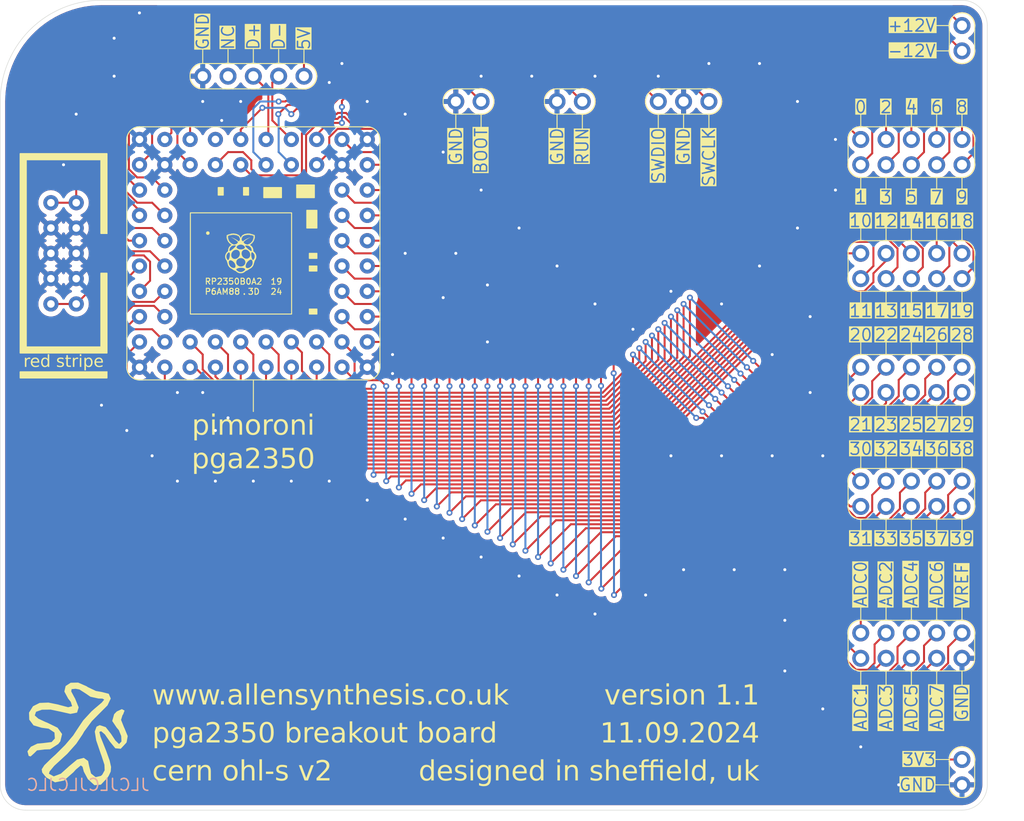
<source format=kicad_pcb>
(kicad_pcb (version 20240108) (generator "pcbnew") (generator_version "8.0")
  (layers (0 "F.Cu" signal) (31 "B.Cu" signal) (34 "B.Paste" user) (35 "F.Paste" user) (36 "B.SilkS" user "B.Silkscreen") (37 "F.SilkS" user "F.Silkscreen") (38 "B.Mask" user) (39 "F.Mask" user) (44 "Edge.Cuts" user))
  (net 0 "")
  (net 1 "+12V")
  (net 2 "-12V")
  (net 3 "GND")
  (net 4 "+3V3")
  (net 5 "/GP13")
  (net 6 "/GP18")
  (net 7 "/GP12")
  (net 8 "/GP14")
  (net 9 "/GP11")
  (net 10 "/GP16")
  (net 11 "/GP19")
  (net 12 "/GP17")
  (net 13 "/GP10")
  (net 14 "/GP15")
  (net 15 "/GP2")
  (net 16 "/GP5")
  (net 17 "/GP1")
  (net 18 "/GP7")
  (net 19 "/GP9")
  (net 20 "/GP8")
  (net 21 "/GP4")
  (net 22 "/GP6")
  (net 23 "/GP0")
  (net 24 "/GP3")
  (net 25 "/GP27")
  (net 26 "VBUS")
  (net 27 "/GP24")
  (net 28 "/GP28")
  (net 29 "/GP21")
  (net 30 "/GP20")
  (net 31 "/GP22")
  (net 32 "/GP26")
  (net 33 "/GP29")
  (net 34 "/GP25")
  (net 35 "/GP23")
  (net 36 "/GP32")
  (net 37 "/GP36")
  (net 38 "/GP39")
  (net 39 "/GP30")
  (net 40 "/GP38")
  (net 41 "/GP35")
  (net 42 "/GP33")
  (net 43 "/GP34")
  (net 44 "/GP37")
  (net 45 "/GP31")
  (net 46 "/GP41")
  (net 47 "/GP42")
  (net 48 "/GP46")
  (net 49 "/GP40")
  (net 50 "/GP47")
  (net 51 "/ADC_VREF")
  (net 52 "/GP44")
  (net 53 "/GP43")
  (net 54 "/GP45")
  (net 55 "/SWCLK")
  (net 56 "/SWDIO")
  (net 57 "/BOOTSETL")
  (net 58 "/3V3_EN")
  (net 60 "Net-(J4-Pin_3)")
  (net 61 "Net-(J4-Pin_2)")
  (net 62 "/RUN")
  (footprint "allen-synthesis:pin-socket-2.54mm-02x05" (layer "F.Cu") (at 86.36 25.4 90)
    (property "Reference" "J5" (hide yes))
    (property "Value" "Conn_02x05_Counter_Clockwise")
  )
  (footprint "allen-synthesis:pin-socket-2.54mm-02x05" (layer "F.Cu") (at 86.36 36.83 90)
    (property "Reference" "J6" (hide yes))
    (property "Value" "Conn_02x05_Counter_Clockwise")
  )
  (footprint "LOGO" (layer "F.Cu") (at 7.62 73.66)
    (property "Reference" "G***" (hide yes))
    (property "Value" "LOGO" (hide yes))
  )
  (footprint "allen-synthesis:power-header-10-pin" (layer "F.Cu") (at 6.355 25.4 -90)
    (property "Reference" "J2" (hide yes))
    (property "Value" "Conn_02x05_Odd_Even" (hide yes))
  )
  (footprint "allen-synthesis:pin-socket-2.54mm-01x02" (layer "F.Cu") (at 96.52 76.2)
    (property "Reference" "J3" (hide yes))
    (property "Value" "Conn_01x02_Pin")
  )
  (footprint "allen-synthesis:pin-header-2.54mm-01x05" (layer "F.Cu") (at 30.48 7.62 -90)
    (property "Reference" "J4" (hide yes))
    (property "Value" "Conn_01x05_Pin")
  )
  (footprint "allen-synthesis:pin-socket-2.54mm-02x05" (layer "F.Cu") (at 86.36 63.5 90)
    (property "Reference" "J8" (hide yes))
    (property "Value" "Conn_02x05_Counter_Clockwise")
  )
  (footprint "allen-synthesis:pin-socket-2.54mm-01x02" (layer "F.Cu") (at 58.42 10.16 -90)
    (property "Reference" "J11" (hide yes))
    (property "Value" "Conn_01x02_Pin")
  )
  (footprint "allen-synthesis:pin-socket-2.54mm-02x05" (layer "F.Cu") (at 86.36 48.26 90)
    (property "Reference" "J7" (hide yes))
    (property "Value" "Conn_02x05_Counter_Clockwise")
  )
  (footprint "allen-synthesis:pin-header-2.54mm-01x03" (layer "F.Cu") (at 66.04 10.16 90)
    (property "Reference" "J12" (hide yes))
    (property "Value" "Conn_01x03_Pin")
  )
  (footprint "allen-synthesis:PGA2350" (layer "F.Cu") (at 25.405 25.4)
    (property "Reference" "U1" (hide yes))
    (property "Value" "~")
  )
  (footprint "allen-synthesis:pin-socket-2.54mm-01x02" (layer "F.Cu") (at 48.26 10.16 -90)
    (property "Reference" "J9" (hide yes))
    (property "Value" "Conn_01x02_Pin")
  )
  (footprint "allen-synthesis:pin-socket-2.54mm-01x02" (layer "F.Cu") (at 96.52 2.54)
    (property "Reference" "J1" (hide yes))
    (property "Value" "Conn_01x02_Pin")
  )
  (footprint "allen-synthesis:pin-socket-2.54mm-02x05" (layer "F.Cu") (at 86.36 13.97 90)
    (property "Reference" "J10" (hide yes))
    (property "Value" "Conn_02x05_Counter_Clockwise")
  )
  (gr_line (start 93.98 11.43) (end 93.98 12.7) (stroke (width 0.1)) (layer "F.SilkS"))
  (gr_line (start 20.32 4.953) (end 20.32 6.35) (stroke (width 0.1)) (layer "F.SilkS"))
  (gr_line (start 86.36 29.21) (end 86.36 30.353) (stroke (width 0.1)) (layer "F.SilkS"))
  (gr_line (start 88.9 67.3735) (end 88.9 68.7705) (stroke (width 0.1)) (layer "F.SilkS"))
  (gr_line (start 93.98 5.08) (end 95.25 5.08) (stroke (width 0.1)) (layer "F.SilkS"))
  (gr_line (start 93.98 17.78) (end 93.98 18.923) (stroke (width 0.1)) (layer "F.SilkS"))
  (gr_line (start 25.4 4.826) (end 25.4 6.35) (stroke (width 0.1)) (layer "F.SilkS"))
  (gr_line (start 96.52 40.64) (end 96.52 41.783) (stroke (width 0.1)) (layer "F.SilkS"))
  (gr_line (start 58.42 11.43) (end 58.42 12.954) (stroke (width 0.1)) (layer "F.SilkS"))
  (gr_line (start 88.9 40.64) (end 88.9 41.783) (stroke (width 0.1)) (layer "F.SilkS"))
  (gr_line (start 86.36 67.31) (end 86.36 68.707) (stroke (width 0.1)) (layer "F.SilkS"))
  (gr_line (start 88.9 22.86) (end 88.9 24.13) (stroke (width 0.1)) (layer "F.SilkS"))
  (gr_line (start 71.12 11.43) (end 71.12 12.827) (stroke (width 0.1)) (layer "F.SilkS"))
  (gr_line (start 96.52 45.72) (end 96.52 46.99) (stroke (width 0.1)) (layer "F.SilkS"))
  (gr_line (start 88.9 17.78) (end 88.9 18.923) (stroke (width 0.1)) (layer "F.SilkS"))
  (gr_line (start 86.36 11.43) (end 86.36 12.7) (stroke (width 0.1)) (layer "F.SilkS"))
  (gr_line (start 30.48 4.953) (end 30.48 6.35) (stroke (width 0.1)) (layer "F.SilkS"))
  (gr_line (start 88.9 34.29) (end 88.9 35.56) (stroke (width 0.1)) (layer "F.SilkS"))
  (gr_line (start 93.98 45.72) (end 93.98 46.99) (stroke (width 0.1)) (layer "F.SilkS"))
  (gr_line (start 96.52 67.31) (end 96.52 68.707) (stroke (width 0.1)) (layer "F.SilkS"))
  (gr_line (start 27.94 4.953) (end 27.94 6.35) (stroke (width 0.1)) (layer "F.SilkS"))
  (gr_line (start 93.98 34.29) (end 93.98 35.56) (stroke (width 0.1)) (layer "F.SilkS"))
  (gr_line (start 93.98 52.07) (end 93.98 53.213) (stroke (width 0.1)) (layer "F.SilkS"))
  (gr_line (start 93.853 78.74) (end 95.25 78.74) (stroke (width 0.1)) (layer "F.SilkS"))
  (gr_line (start 45.72 11.43) (end 45.72 12.8524) (stroke (width 0.1)) (layer "F.SilkS"))
  (gr_line (start 66.04 11.43) (end 66.04 12.827) (stroke (width 0.1)) (layer "F.SilkS"))
  (gr_line (start 93.98 60.96) (end 93.98 62.23) (stroke (width 0.1)) (layer "F.SilkS"))
  (gr_line (start 86.36 60.96) (end 86.36 62.23) (stroke (width 0.1)) (layer "F.SilkS"))
  (gr_line (start 68.58 11.43) (end 68.58 12.827) (stroke (width 0.1)) (layer "F.SilkS"))
  (gr_line (start 93.853 76.2) (end 95.25 76.2) (stroke (width 0.1)) (layer "F.SilkS"))
  (gr_line (start 91.44 52.07) (end 91.44 53.213) (stroke (width 0.1)) (layer "F.SilkS"))
  (gr_line (start 91.44 45.72) (end 91.44 46.99) (stroke (width 0.1)) (layer "F.SilkS"))
  (gr_line (start 86.36 52.07) (end 86.36 53.213) (stroke (width 0.1)) (layer "F.SilkS"))
  (gr_line (start 96.52 34.29) (end 96.52 35.56) (stroke (width 0.1)) (layer "F.SilkS"))
  (gr_line (start 91.44 67.3735) (end 91.44 68.7705) (stroke (width 0.1)) (layer "F.SilkS"))
  (gr_line (start 91.44 40.64) (end 91.44 41.783) (stroke (width 0.1)) (layer "F.SilkS"))
  (gr_line (start 86.36 40.64) (end 86.36 41.783) (stroke (width 0.1)) (layer "F.SilkS"))
  (gr_line (start 96.52 17.78) (end 96.52 18.923) (stroke (width 0.1)) (layer "F.SilkS"))
  (gr_line (start 86.36 45.72) (end 86.36 46.99) (stroke (width 0.1)) (layer "F.SilkS"))
  (gr_line (start 91.44 29.21) (end 91.44 30.353) (stroke (width 0.1)) (layer "F.SilkS"))
  (gr_line (start 96.52 60.96) (end 96.52 62.23) (stroke (width 0.1)) (layer "F.SilkS"))
  (gr_line (start 93.98 29.21) (end 93.98 30.353) (stroke (width 0.1)) (layer "F.SilkS"))
  (gr_line (start 86.36 22.86) (end 86.36 24.13) (stroke (width 0.1)) (layer "F.SilkS"))
  (gr_line (start 22.86 4.953) (end 22.86 6.35) (stroke (width 0.1)) (layer "F.SilkS"))
  (gr_line (start 88.9 11.43) (end 88.9 12.7) (stroke (width 0.1)) (layer "F.SilkS"))
  (gr_line (start 96.52 29.21) (end 96.52 30.353) (stroke (width 0.1)) (layer "F.SilkS"))
  (gr_line (start 48.26 11.43) (end 48.26 12.7) (stroke (width 0.1)) (layer "F.SilkS"))
  (gr_line (start 86.36 34.29) (end 86.36 35.56) (stroke (width 0.1)) (layer "F.SilkS"))
  (gr_line (start 91.44 22.86) (end 91.44 24.13) (stroke (width 0.1)) (layer "F.SilkS"))
  (gr_line (start 88.9 52.07) (end 88.9 53.213) (stroke (width 0.1)) (layer "F.SilkS"))
  (gr_line (start 91.44 11.43) (end 91.44 12.7) (stroke (width 0.1)) (layer "F.SilkS"))
  (gr_line (start 88.9 29.21) (end 88.9 30.353) (stroke (width 0.1)) (layer "F.SilkS"))
  (gr_line (start 93.98 67.3735) (end 93.98 68.7705) (stroke (width 0.1)) (layer "F.SilkS"))
  (gr_line (start 93.98 40.64) (end 93.98 41.783) (stroke (width 0.1)) (layer "F.SilkS"))
  (gr_line (start 55.88 11.43) (end 55.88 12.9032) (stroke (width 0.1)) (layer "F.SilkS"))
  (gr_line (start 93.98 2.54) (end 95.25 2.54) (stroke (width 0.1)) (layer "F.SilkS"))
  (gr_line (start 88.9 45.72) (end 88.9 46.99) (stroke (width 0.1)) (layer "F.SilkS"))
  (gr_line (start 96.52 11.43) (end 96.52 12.7) (stroke (width 0.1)) (layer "F.SilkS"))
  (gr_line (start 96.52 52.07) (end 96.52 53.213) (stroke (width 0.1)) (layer "F.SilkS"))
  (gr_line (start 25.405 38.1) (end 25.4 41.275) (stroke (width 0.1)) (layer "F.SilkS"))
  (gr_line (start 91.44 34.29) (end 91.44 35.56) (stroke (width 0.1)) (layer "F.SilkS"))
  (gr_line (start 88.9 60.96) (end 88.9 62.23) (stroke (width 0.1)) (layer "F.SilkS"))
  (gr_line (start 93.98 22.86) (end 93.98 24.13) (stroke (width 0.1)) (layer "F.SilkS"))
  (gr_line (start 96.52 22.86) (end 96.52 24.13) (stroke (width 0.1)) (layer "F.SilkS"))
  (gr_line (start 91.44 17.78) (end 91.44 18.923) (stroke (width 0.1)) (layer "F.SilkS"))
  (gr_line (start 86.36 17.78) (end 86.36 18.923) (stroke (width 0.1)) (layer "F.SilkS"))
  (gr_line (start 88.9 59.69) (end 88.9 60.96) (stroke (width 0.1)) (layer "F.SilkS"))
  (gr_line (start 91.44 60.96) (end 91.44 62.23) (stroke (width 0.1)) (layer "F.SilkS"))
  (gr_line (start 0 78.74) (end 0 10.16) (stroke (width 0.05)) (layer "Edge.Cuts"))
  (gr_line (start 99.06 2.54) (end 99.06 78.74) (stroke (width 0.05)) (layer "Edge.Cuts"))
  (gr_arc (start 96.52 0) (mid 98.316051 0.743949) (end 99.06 2.54) (stroke (width 0.05)) (layer "Edge.Cuts"))
  (gr_arc (start 0 10.16) (mid 2.975795 2.975795) (end 10.16 0) (stroke (width 0.05)) (layer "Edge.Cuts"))
  (gr_line (start 96.52 81.28) (end 2.54 81.28) (stroke (width 0.05)) (layer "Edge.Cuts"))
  (gr_line (start 96.52 0) (end 10.16 0) (stroke (width 0.05)) (layer "Edge.Cuts"))
  (gr_arc (start 99.06 78.74) (mid 98.316051 80.536051) (end 96.52 81.28) (stroke (width 0.05)) (layer "Edge.Cuts"))
  (gr_arc (start 2.54 81.28) (mid 0.743949 80.536051) (end 0 78.74) (stroke (width 0.05)) (layer "Edge.Cuts"))
  (gr_text "JLCJLCJLCJLC" (at 2.54 78.74 0) (layer "B.SilkS") (effects (font (size 1.2 1.2)) (justify right mirror)))
  (gr_text "8" (at 96.52 11.43 0) (layer "F.SilkS" knockout) (effects (font (size 1.2 1.2)) (justify bottom)))
  (gr_text "20" (at 86.36 34.29 0) (layer "F.SilkS" knockout) (effects (font (size 1.2 1.2)) (justify bottom)))
  (gr_text "SWCLK" (at 71.12 12.7 90) (layer "F.SilkS" knockout) (effects (font (size 1.2 1.2)) (justify right)))
  (gr_text "cern ohl-s v2" (at 15.24 77.47 0) (layer "F.SilkS") (effects (font (size 2 2) (thickness 0.1)) (justify left)))
  (gr_text "36" (at 93.98 45.72 0) (layer "F.SilkS" knockout) (effects (font (size 1.2 1.2)) (justify bottom)))
  (gr_text "37" (at 93.98 53.34 0) (layer "F.SilkS" knockout) (effects (font (size 1.2 1.2)) (justify top)))
  (gr_text "31" (at 86.36 53.34 0) (layer "F.SilkS" knockout) (effects (font (size 1.2 1.2)) (justify top)))
  (gr_text "14" (at 91.44 22.86 0) (layer "F.SilkS" knockout) (effects (font (size 1.2 1.2)) (justify bottom)))
  (gr_text "D+" (at 25.4 5.08 90) (layer "F.SilkS" knockout) (effects (font (size 1.2 1.2)) (justify left)))
  (gr_text "ADC3" (at 88.9 68.58 90) (layer "F.SilkS" knockout) (effects (font (size 1.2 1.2)) (justify right)))
  (gr_text "35" (at 91.44 53.34 0) (layer "F.SilkS" knockout) (effects (font (size 1.2 1.2)) (justify top)))
  (gr_text "19" (at 96.52 30.48 0) (layer "F.SilkS" knockout) (effects (font (size 1.2 1.2)) (justify top)))
  (gr_text "GND" (at 93.98 78.74 0) (layer "F.SilkS" knockout) (effects (font (size 1.2 1.2)) (justify right)))
  (gr_text "38" (at 96.52 45.72 0) (layer "F.SilkS" knockout) (effects (font (size 1.2 1.2)) (justify bottom)))
  (gr_text "30" (at 86.36 45.72 0) (layer "F.SilkS" knockout) (effects (font (size 1.2 1.2)) (justify bottom)))
  (gr_text "ADC4\n" (at 91.44 60.96 90) (layer "F.SilkS" knockout) (effects (font (size 1.2 1.2)) (justify left)))
  (gr_text "16" (at 93.98 22.86 0) (layer "F.SilkS" knockout) (effects (font (size 1.2 1.2)) (justify bottom)))
  (gr_text "2" (at 88.9 11.43 0) (layer "F.SilkS" knockout) (effects (font (size 1.2 1.2)) (justify bottom)))
  (gr_text "GND" (at 20.325 5.08 90) (layer "F.SilkS" knockout) (effects (font (size 1.2 1.2)) (justify left)))
  (gr_text "designed in sheffield, uk" (at 76.2 77.47 0) (layer "F.SilkS") (effects (font (size 2 2) (thickness 0.1)) (justify right)))
  (gr_text "10" (at 86.36 22.86 0) (layer "F.SilkS" knockout) (effects (font (size 1.2 1.2)) (justify bottom)))
  (gr_text "15\n" (at 91.44 30.48 0) (layer "F.SilkS" knockout) (effects (font (size 1.2 1.2)) (justify top)))
  (gr_text "ADC5" (at 91.44 68.58 90) (layer "F.SilkS" knockout) (effects (font (size 1.2 1.2)) (justify right)))
  (gr_text "pimoroni\npga2350" (at 25.4 44.45 0) (layer "F.SilkS") (effects (font (size 2 2) (thickness 0.1))))
  (gr_text "32" (at 88.9 45.72 0) (layer "F.SilkS" knockout) (effects (font (size 1.2 1.2)) (justify bottom)))
  (gr_text "34" (at 91.44 45.72 0) (layer "F.SilkS" knockout) (effects (font (size 1.2 1.2)) (justify bottom)))
  (gr_text "26" (at 93.98 34.29 0) (layer "F.SilkS" knockout) (effects (font (size 1.2 1.2)) (justify bottom)))
  (gr_text "5" (at 91.44 19.05 0) (layer "F.SilkS" knockout) (effects (font (size 1.2 1.2)) (justify top)))
  (gr_text "GND\n" (at 96.52 68.58 90) (layer "F.SilkS" knockout) (effects (font (size 1.2 1.2)) (justify right)))
  (gr_text "3V3" (at 93.98 76.2 0) (layer "F.SilkS" knockout) (effects (font (size 1.2 1.2)) (justify right)))
  (gr_text "11" (at 86.36 30.48 0) (layer "F.SilkS" knockout) (effects (font (size 1.2 1.2)) (justify top)))
  (gr_text "24" (at 91.44 34.29 0) (layer "F.SilkS" knockout) (effects (font (size 1.2 1.2)) (justify bottom)))
  (gr_text "+12V" (at 93.98 2.54 0) (layer "F.SilkS" knockout) (effects (font (size 1.2 1.2)) (justify right)))
  (gr_text "BOOT" (at 48.26 12.7 90) (layer "F.SilkS" knockout) (effects (font (size 1.2 1.2)) (justify right)))
  (gr_text "ADC6" (at 93.98 60.96 90) (layer "F.SilkS" knockout) (effects (font (size 1.2 1.2)) (justify left)))
  (gr_text "29" (at 96.52 41.91 0) (layer "F.SilkS" knockout) (effects (font (size 1.2 1.2)) (justify top)))
  (gr_text "ADC7" (at 93.98 68.58 90) (layer "F.SilkS" knockout) (effects (font (size 1.2 1.2)) (justify right)))
  (gr_text "1" (at 86.36 19.05 0) (layer "F.SilkS" knockout) (effects (font (size 1.2 1.2)) (justify top)))
  (gr_text "version 1.1" (at 76.2 69.85 0) (layer "F.SilkS") (effects (font (size 2 2) (thickness 0.1)) (justify right)))
  (gr_text "11.09.2024" (at 76.2 73.66 0) (layer "F.SilkS") (effects (font (size 2 2) (thickness 0.1)) (justify right)))
  (gr_text "ADC1" (at 86.36 68.58 90) (layer "F.SilkS" knockout) (effects (font (size 1.2 1.2)) (justify right)))
  (gr_text "RUN" (at 58.42 12.7 90) (layer "F.SilkS" knockout) (effects (font (size 1.2 1.2)) (justify right)))
  (gr_text "39" (at 96.52 53.34 0) (layer "F.SilkS" knockout) (effects (font (size 1.2 1.2)) (justify top)))
  (gr_text "GND" (at 45.72 12.7 90) (layer "F.SilkS" knockout) (effects (font (size 1.2 1.2)) (justify right)))
  (gr_text "7" (at 93.98 19.05 0) (layer "F.SilkS" knockout) (effects (font (size 1.2 1.2)) (justify top)))
  (gr_text "0" (at 86.36 11.43 0) (layer "F.SilkS" knockout) (effects (font (size 1.2 1.2)) (justify bottom)))
  (gr_text "9" (at 96.52 19.05 0) (layer "F.SilkS" knockout) (effects (font (size 1.2 1.2)) (justify top)))
  (gr_text "SWDIO" (at 66.04 12.7 90) (layer "F.SilkS" knockout) (effects (font (size 1.2 1.2)) (justify right)))
  (gr_text "12" (at 88.9 22.86 0) (layer "F.SilkS" knockout) (effects (font (size 1.2 1.2)) (justify bottom)))
  (gr_text "4" (at 91.44 11.43 0) (layer "F.SilkS" knockout) (effects (font (size 1.2 1.2)) (justify bottom)))
  (gr_text "www.allensynthesis.co.uk" (at 15.24 69.85 0) (layer "F.SilkS") (effects (font (size 2 2) (thickness 0.1)) (justify left)))
  (gr_text "6" (at 93.98 11.43 0) (layer "F.SilkS" knockout) (effects (font (size 1.2 1.2)) (justify bottom)))
  (gr_text "33" (at 88.9 53.34 0) (layer "F.SilkS" knockout) (effects (font (size 1.2 1.2)) (justify top)))
  (gr_text "27" (at 93.98 41.91 0) (layer "F.SilkS" knockout) (effects (font (size 1.2 1.2)) (justify top)))
  (gr_text "GND" (at 55.88 12.7 90) (layer "F.SilkS" knockout) (effects (font (size 1.2 1.2)) (justify right)))
  (gr_text "13" (at 88.9 30.48 0) (layer "F.SilkS" knockout) (effects (font (size 1.2 1.2)) (justify top)))
  (gr_text "28" (at 96.52 34.29 0) (layer "F.SilkS" knockout) (effects (font (size 1.2 1.2)) (justify bottom)))
  (gr_text "23" (at 88.9 41.91 0) (layer "F.SilkS" knockout) (effects (font (size 1.2 1.2)) (justify top)))
  (gr_text "5V" (at 30.485 5.08 90) (layer "F.SilkS" knockout) (effects (font (size 1.2 1.2)) (justify left)))
  (gr_text "21" (at 86.36 41.91 0) (layer "F.SilkS" knockout) (effects (font (size 1.2 1.2)) (justify top)))
  (gr_text "ADC2" (at 88.9 60.96 90) (layer "F.SilkS" knockout) (effects (font (size 1.2 1.2)) (justify left)))
  (gr_text "22" (at 88.9 34.29 0) (layer "F.SilkS" knockout) (effects (font (size 1.2 1.2)) (justify bottom)))
  (gr_text "ADC0" (at 86.36 60.96 90) (layer "F.SilkS" knockout) (effects (font (size 1.2 1.2)) (justify left)))
  (gr_text "D-" (at 27.945 5.08 90) (layer "F.SilkS" knockout) (effects (font (size 1.2 1.2)) (justify left)))
  (gr_text "18" (at 96.52 22.86 0) (layer "F.SilkS" knockout) (effects (font (size 1.2 1.2)) (justify bottom)))
  (gr_text "NC" (at 22.86 5.08 90) (layer "F.SilkS" knockout) (effects (font (size 1.2 1.2)) (justify left)))
  (gr_text "pga2350 breakout board" (at 15.24 73.66 0) (layer "F.SilkS") (effects (font (size 2 2) (thickness 0.1)) (justify left)))
  (gr_text "17" (at 93.98 30.48 0) (layer "F.SilkS" knockout) (effects (font (size 1.2 1.2)) (justify top)))
  (gr_text "3" (at 88.9 19.05 0) (layer "F.SilkS" knockout) (effects (font (size 1.2 1.2)) (justify top)))
  (gr_text "GND" (at 68.58 12.7 90) (layer "F.SilkS" knockout) (effects (font (size 1.2 1.2)) (justify right)))
  (gr_text "25" (at 91.44 41.91 0) (layer "F.SilkS" knockout) (effects (font (size 1.2 1.2)) (justify top)))
  (gr_text "VREF" (at 96.52 60.96 90) (layer "F.SilkS" knockout) (effects (font (size 1.2 1.2)) (justify left)))
  (gr_text "-12V" (at 93.98 5.08 0) (layer "F.SilkS" knockout) (effects (font (size 1.2 1.2)) (justify right)))
  (segment (start 16.426768 0.915) (end 94.895 0.915) (width 0.2) (layer "F.Cu") (net 1))
  (segment (start 5.085 20.32) (end 7.625 20.32) (width 0.2) (layer "F.Cu") (net 1))
  (segment (start 94.895 0.915) (end 96.52 2.54) (width 0.2) (layer "F.Cu") (net 1))
  (segment (start 12.98 4.361768) (end 16.426768 0.915) (width 0.2) (layer "F.Cu") (net 1))
  (segment (start 12.98 8.600198) (end 12.98 4.361768) (width 0.2) (layer "F.Cu") (net 1))
  (segment (start 7.625 20.32) (end 7.625 13.955198) (width 0.2) (layer "F.Cu") (net 1))
  (segment (start 7.625 13.955198) (end 12.98 8.600198) (width 0.2) (layer "F.Cu") (net 1))
  (segment (start 10.113 27.421314) (end 10.113 12.032884) (width 0.2) (layer "F.Cu") (net 2))
  (segment (start 92.755 1.315) (end 96.52 5.08) (width 0.2) (layer "F.Cu") (net 2))
  (segment (start 10.113 12.032884) (end 13.38 8.765884) (width 0.2) (layer "F.Cu") (net 2))
  (segment (start 5.085 30.48) (end 7.625 30.48) (width 0.2) (layer "F.Cu") (net 2))
  (segment (start 13.38 4.527454) (end 16.592454 1.315) (width 0.2) (layer "F.Cu") (net 2))
  (segment (start 9.36 28.174314) (end 10.113 27.421314) (width 0.2) (layer "F.Cu") (net 2))
  (segment (start 16.592454 1.315) (end 92.755 1.315) (width 0.2) (layer "F.Cu") (net 2))
  (segment (start 9.36 28.745) (end 9.36 28.174314) (width 0.2) (layer "F.Cu") (net 2))
  (segment (start 7.625 30.48) (end 9.36 28.745) (width 0.2) (layer "F.Cu") (net 2))
  (segment (start 13.38 8.765884) (end 13.38 4.527454) (width 0.2) (layer "F.Cu") (net 2))
  (via (at 67.31 45.72) (size 0.6) (drill 0.3) (layers "F.Cu" "B.Cu") (net 3))
  (via (at 12.7 43.18) (size 0.6) (drill 0.3) (layers "F.Cu" "B.Cu") (net 3))
  (via (at 11.43 3.81) (size 0.6) (drill 0.3) (layers "F.Cu" "B.Cu") (net 3))
  (via (at 68.58 57.15) (size 0.6) (drill 0.3) (layers "F.Cu" "B.Cu") (net 3))
  (via (at 21.59 43.18) (size 0.6) (drill 0.3) (layers "F.Cu" "B.Cu") (net 3))
  (via (at 21.59 48.26) (size 0.6) (drill 0.3) (layers "F.Cu" "B.Cu") (net 3))
  (via (at 44.45 53.975) (size 0.6) (drill 0.3) (layers "F.Cu" "B.Cu") (net 3))
  (via (at 76.2 6.35) (size 0.6) (drill 0.3) (layers "F.Cu" "B.Cu") (net 3))
  (via (at 11.43 7.62) (size 0.6) (drill 0.3) (layers "F.Cu" "B.Cu") (net 3))
  (via (at 90.17 78.74) (size 0.6) (drill 0.3) (layers "F.Cu" "B.Cu") (net 3))
  (via (at 22.86 41.91) (size 0.6) (drill 0.3) (layers "F.Cu" "B.Cu") (net 3))
  (via (at 83.82 13.97) (size 0.6) (drill 0.3) (layers "F.Cu" "B.Cu") (net 3))
  (via (at 55.88 59.69) (size 0.6) (drill 0.3) (layers "F.Cu" "B.Cu") (net 3))
  (via (at 59.69 7.62) (size 0.6) (drill 0.3) (layers "F.Cu" "B.Cu") (net 3))
  (via (at 17.78 48.26) (size 0.6) (drill 0.3) (layers "F.Cu" "B.Cu") (net 3))
  (via (at 20.32 10.16) (size 0.6) (drill 0.3) (layers "F.Cu" "B.Cu") (net 3))
  (via (at 73.66 57.15) (size 0.6) (drill 0.3) (layers "F.Cu" "B.Cu") (net 3))
  (via (at 48.26 19.05) (size 0.6) (drill 0.3) (layers "F.Cu" "B.Cu") (net 3))
  (via (at 44.45 15.24) (size 0.6) (drill 0.3) (layers "F.Cu" "B.Cu") (net 3))
  (via (at 83.82 19.05) (size 0.6) (drill 0.3) (layers "F.Cu" "B.Cu") (net 3))
  (via (at 55.88 26.67) (size 0.6) (drill 0.3) (layers "F.Cu" "B.Cu") (net 3))
  (via (at 52.07 57.785) (size 0.6) (drill 0.3) (layers "F.Cu" "B.Cu") (net 3))
  (via (at 80.01 10.16) (size 0.6) (drill 0.3) (layers "F.Cu" "B.Cu") (net 3))
  (via (at 20.32 39.37) (size 0.6) (drill 0.3) (layers "F.Cu" "B.Cu") (net 3))
  (via (at 48.26 7.62) (size 0.6) (drill 0.3) (layers "F.Cu" "B.Cu") (net 3))
  (via (at 59.69 30.48) (size 0.6) (drill 0.3) (layers "F.Cu" "B.Cu") (net 3))
  (via (at 72.39 45.72) (size 0.6) (drill 0.3) (layers "F.Cu" "B.Cu") (net 3))
  (via (at 25.4 48.26) (size 0.6) (drill 0.3) (layers "F.Cu" "B.Cu") (net 3))
  (via (at 67.31 29.21) (size 0.6) (drill 0.3) (layers "F.Cu" "B.Cu") (net 3))
  (via (at 36.83 10.16) (size 0.6) (drill 0.3) (layers "F.Cu" "B.Cu") (net 3))
  (via (at 13.97 1.27) (size 0.6) (drill 0.3) (layers "F.Cu" "B.Cu") (net 3))
  (via (at 36.83 50.165) (size 0.6) (drill 0.3) (layers "F.Cu" "B.Cu") (net 3))
  (via (at 48.895 28.575) (size 0.6) (drill 0.3) (layers "F.Cu" "B.Cu") (net 3))
  (via (at 78.74 67.31) (size 0.6) (drill 0.3) (layers "F.Cu" "B.Cu") (net 3))
  (via (at 71.12 6.35) (size 0.6) (drill 0.3) (layers "F.Cu" "B.Cu") (net 3))
  (via (at 15.24 45.72) (size 0.6) (drill 0.3) (layers "F.Cu" "B.Cu") (net 3))
  (via (at 22.225 12.065) (size 0.6) (drill 0.3) (layers "F.Cu" "B.Cu") (net 3))
  (via (at 72.39 30.48) (size 0.6) (drill 0.3) (layers "F.Cu" "B.Cu") (net 3))
  (via (at 45.72 25.4) (size 0.6) (drill 0.3) (layers "F.Cu" "B.Cu") (net 3))
  (via (at 66.04 7.62) (size 0.6) (drill 0.3) (layers "F.Cu" "B.Cu") (net 3))
  (via (at 7.62 11.43) (size 0.6) (drill 0.3) (layers "F.Cu" "B.Cu") (net 3))
  (via (at 76.2 26.67) (size 0.6) (drill 0.3) (layers "F.Cu" "B.Cu") (net 3))
  (via (at 81.28 31.75) (size 0.6) (drill 0.3) (layers "F.Cu" "B.Cu") (net 3))
  (via (at 40.64 25.4) (size 0.6) (drill 0.3) (layers "F.Cu" "B.Cu") (net 3))
  (via (at 39.37 37.465) (size 0.6) (drill 0.3) (layers "F.Cu" "B.Cu") (net 3))
  (via (at 77.47 45.72) (size 0.6) (drill 0.3) (layers "F.Cu" "B.Cu") (net 3))
  (via (at 77.47 35.56) (size 0.6) (drill 0.3) (layers "F.Cu" "B.Cu") (net 3))
  (via (at 80.01 22.86) (size 0.6) (drill 0.3) (layers "F.Cu" "B.Cu") (net 3))
  (via (at 86.36 74.93) (size 0.6) (drill 0.3) (layers "F.Cu" "B.Cu") (net 3))
  (via (at 82.55 71.12) (size 0.6) (drill 0.3) (layers "F.Cu" "B.Cu") (net 3))
  (via (at 81.28 39.37) (size 0.6) (drill 0.3) (layers "F.Cu" "B.Cu") (net 3))
  (via (at 59.69 61.595) (size 0.6) (drill 0.3) (layers "F.Cu" "B.Cu") (net 3))
  (via (at 40.64 11.43) (size 0.6) (drill 0.3) (layers "F.Cu" "B.Cu") (net 3))
  (via (at 44.45 29.845) (size 0.6) (drill 0.3) (layers "F.Cu" "B.Cu") (net 3))
  (via (at 6.35 16.51) (size 0.6) (drill 0.3) (layers "F.Cu" "B.Cu") (net 3))
  (via (at 52.07 22.86) (size 0.6) (drill 0.3) (layers "F.Cu" "B.Cu") (net 3))
  (via (at 48.26 55.88) (size 0.6) (drill 0.3) (layers "F.Cu" "B.Cu") (net 3))
  (via (at 78.74 57.15) (size 0.6) (drill 0.3) (layers "F.Cu" "B.Cu") (net 3))
  (via (at 48.895 34.29) (size 0.6) (drill 0.3) (layers "F.Cu" "B.Cu") (net 3))
  (via (at 33.02 48.26) (size 0.6) (drill 0.3) (layers "F.Cu" "B.Cu") (net 3))
  (via (at 24.13 10.16) (size 0.6) (drill 0.3) (layers "F.Cu" "B.Cu") (net 3))
  (via (at 34.29 6.35) (size 0.6) (drill 0.3) (layers "F.Cu" "B.Cu") (net 3))
  (via (at 78.74 62.23) (size 0.6) (drill 0.3) (layers "F.Cu" "B.Cu") (net 3))
  (via (at 17.78 39.37) (size 0.6) (drill 0.3) (layers "F.Cu" "B.Cu") (net 3))
  (via (at 63.5 33.02) (size 0.6) (drill 0.3) (layers "F.Cu" "B.Cu") (net 3))
  (via (at 10.16 40.64) (size 0.6) (drill 0.3) (layers "F.Cu" "B.Cu") (net 3))
  (via (at 40.64 52.07) (size 0.6) (drill 0.3) (layers "F.Cu" "B.Cu") (net 3))
  (via (at 29.21 48.26) (size 0.6) (drill 0.3) (layers "F.Cu" "B.Cu") (net 3))
  (via (at 53.34 7.62) (size 0.6) (drill 0.3) (layers "F.Cu" "B.Cu") (net 3))
  (via (at 64.77 59.69) (size 0.6) (drill 0.3) (layers "F.Cu" "B.Cu") (net 3))
  (via (at 39.37 35.56) (size 0.6) (drill 0.3) (layers "F.Cu" "B.Cu") (net 3))
  (via (at 82.55 45.72) (size 0.6) (drill 0.3) (layers "F.Cu" "B.Cu") (net 3))
  (via (at 33.02 8.255) (size 0.6) (drill 0.3) (layers "F.Cu" "B.Cu") (net 3))
  (segment (start 96.52 76.2) (end 90.933853 76.2) (width 0.2) (layer "F.Cu") (net 4))
  (segment (start 30.277 13.366314) (end 30.277 17.348) (width 0.2) (layer "F.Cu") (net 4))
  (segment (start 90.933853 76.2) (end 81.188397 66.454544) (width 0.2) (layer "F.Cu") (net 4))
  (segment (start 35.504215 12.108) (end 34.704215 11.308) (width 0.2) (layer "F.Cu") (net 4))
  (segment (start 30.053 17.572) (end 25.827 17.572) (width 0.2) (layer "F.Cu") (net 4))
  (segment (start 24.366895 15.24) (end 22.865 15.24) (width 0.2) (layer "F.Cu") (net 4))
  (segment (start 39.343686 12.108) (end 35.504215 12.108) (width 0.2) (layer "F.Cu") (net 4))
  (segment (start 79.14 55.01) (end 66.275 55.01) (width 0.2) (layer "F.Cu") (net 4))
  (segment (start 81.188397 66.454544) (end 81.188397 57.058397) (width 0.2) (layer "F.Cu") (net 4))
  (segment (start 60.692404 33.456718) (end 39.343686 12.108) (width 0.2) (layer "F.Cu") (net 4))
  (segment (start 32.213314 11.43) (end 30.277 13.366314) (width 0.2) (layer "F.Cu") (net 4))
  (segment (start 25.197 16.942) (end 25.197 16.070105) (width 0.2) (layer "F.Cu") (net 4))
  (segment (start 30.277 17.348) (end 30.053 17.572) (width 0.2) (layer "F.Cu") (net 4))
  (segment (start 81.188397 57.058397) (end 79.14 55.01) (width 0.2) (layer "F.Cu") (net 4))
  (segment (start 33.753786 11.43) (end 32.213314 11.43) (width 0.2) (layer "F.Cu") (net 4))
  (segment (start 25.197 16.070105) (end 24.366895 15.24) (width 0.2) (layer "F.Cu") (net 4))
  (segment (start 61.562404 34.326719) (end 60.692404 33.456718) (width 0.2) (layer "F.Cu") (net 4))
  (segment (start 61.562404 37.432404) (end 61.562404 34.326719) (width 0.2) (layer "F.Cu") (net 4))
  (segment (start 22.865 15.24) (end 21.595 16.51) (width 0.2) (layer "F.Cu") (net 4))
  (segment (start 34.704215 11.308) (end 33.875786 11.308) (width 0.2) (layer "F.Cu") (net 4))
  (segment (start 66.275 55.01) (end 61.595 59.69) (width 0.2) (layer "F.Cu") (net 4))
  (segment (start 25.827 17.572) (end 25.197 16.942) (width 0.2) (layer "F.Cu") (net 4))
  (segment (start 33.875786 11.308) (end 33.753786 11.43) (width 0.2) (layer "F.Cu") (net 4))
  (via (at 61.562404 37.432404) (size 0.6) (drill 0.3) (layers "F.Cu" "B.Cu") (net 4))
  (via (at 61.595 59.69) (size 0.6) (drill 0.3) (layers "F.Cu" "B.Cu") (net 4))
  (segment (start 61.595 59.69) (end 61.595 37.465) (width 0.2) (layer "B.Cu") (net 4))
  (segment (start 61.595 37.465) (end 61.562404 37.432404) (width 0.2) (layer "B.Cu") (net 4))
  (segment (start 63.104314 45.79) (end 85.044314 23.85) (width 0.2) (layer "F.Cu") (net 5))
  (segment (start 10.96 33.02) (end 10.96 37.347157) (width 0.2) (layer "F.Cu") (net 5))
  (segment (start 16.515 31.75) (end 15.437 30.672) (width 0.2) (layer "F.Cu") (net 5))
  (segment (start 19.402843 45.79) (end 63.104314 45.79) (width 0.2) (layer "F.Cu") (net 5))
  (segment (start 90.05 26.79) (end 88.9 27.94) (width 0.2) (layer "F.Cu") (net 5))
  (segment (start 10.96 37.347157) (end 19.402843 45.79) (width 0.2) (layer "F.Cu") (net 5))
  (segment (start 85.044314 23.85) (end 88.976346 23.85) (width 0.2) (layer "F.Cu") (net 5))
  (segment (start 13.308 30.672) (end 10.96 33.02) (width 0.2) (layer "F.Cu") (net 5))
  (segment (start 88.976346 23.85) (end 90.05 24.923654) (width 0.2) (layer "F.Cu") (net 5))
  (segment (start 15.437 30.672) (end 13.308 30.672) (width 0.2) (layer "F.Cu") (net 5))
  (segment (start 90.05 24.923654) (end 90.05 26.79) (width 0.2) (layer "F.Cu") (net 5))
  (segment (start 62.275884 43.79) (end 84.215884 21.85) (width 0.2) (layer "F.Cu") (net 6))
  (segment (start 19.527419 36.83) (end 26.487419 43.79) (width 0.2) (layer "F.Cu") (net 6))
  (segment (start 26.487419 43.79) (end 62.275884 43.79) (width 0.2) (layer "F.Cu") (net 6))
  (segment (start 93.187717 21.85) (end 96.52 25.182283) (width 0.2) (layer "F.Cu") (net 6))
  (segment (start 96.52 25.182283) (end 96.52 25.4) (width 0.2) (layer "F.Cu") (net 6))
  (segment (start 19.055 36.83) (end 19.527419 36.83) (width 0.2) (layer "F.Cu") (net 6))
  (segment (start 84.215884 21.85) (end 93.187717 21.85) (width 0.2) (layer "F.Cu") (net 6))
  (segment (start 86.716346 29.21) (end 87.63 28.296346) (width 0.2) (layer "F.Cu") (net 7))
  (segment (start 18.905785 46.99) (end 63.601372 46.99) (width 0.2) (layer "F.Cu") (net 7))
  (segment (start 9.76 28.34) (end 9.76 37.844215) (width 0.2) (layer "F.Cu") (net 7))
  (segment (start 88.9 26.13967) (end 88.9 25.4) (width 0.2) (layer "F.Cu") (net 7))
  (segment (start 12.492 25.608) (end 9.76 28.34) (width 0.2) (layer "F.Cu") (net 7))
  (segment (start 15.037 28.148) (end 15.037 26.230105) (width 0.2) (layer "F.Cu") (net 7))
  (segment (start 87.63 27.40967) (end 88.9 26.13967) (width 0.2) (layer "F.Cu") (net 7))
  (segment (start 81.381372 29.21) (end 86.716346 29.21) (width 0.2) (layer "F.Cu") (net 7))
  (segment (start 13.975 29.21) (end 15.037 28.148) (width 0.2) (layer "F.Cu") (net 7))
  (segment (start 63.601372 46.99) (end 81.381372 29.21) (width 0.2) (layer "F.Cu") (net 7))
  (segment (start 15.037 26.230105) (end 14.414895 25.608) (width 0.2) (layer "F.Cu") (net 7))
  (segment (start 14.414895 25.608) (end 12.492 25.608) (width 0.2) (layer "F.Cu") (net 7))
  (segment (start 87.63 28.296346) (end 87.63 27.40967) (width 0.2) (layer "F.Cu") (net 7))
  (segment (start 9.76 37.844215) (end 18.905785 46.99) (width 0.2) (layer "F.Cu") (net 7))
  (segment (start 89.49 23.45) (end 91.44 25.4) (width 0.2) (layer "F.Cu") (net 8))
  (segment (start 13.975 31.75) (end 13.734314 31.75) (width 0.2) (layer "F.Cu") (net 8))
  (segment (start 84.878628 23.45) (end 89.49 23.45) (width 0.2) (layer "F.Cu") (net 8))
  (segment (start 11.36 37.181471) (end 19.568529 45.39) (width 0.2) (layer "F.Cu") (net 8))
  (segment (start 62.938628 45.39) (end 84.878628 23.45) (width 0.2) (layer "F.Cu") (net 8))
  (segment (start 19.568529 45.39) (end 62.938628 45.39) (width 0.2) (layer "F.Cu") (net 8))
  (segment (start 13.734314 31.75) (end 11.36 34.124314) (width 0.2) (layer "F.Cu") (net 8))
  (segment (start 11.36 34.124314) (end 11.36 37.181471) (width 0.2) (layer "F.Cu") (net 8))
  (segment (start 87.63 24.37) (end 87.63 26.67) (width 0.2) (layer "F.Cu") (net 9))
  (segment (start 10.56 37.512843) (end 19.237157 46.19) (width 0.2) (layer "F.Cu") (net 9))
  (segment (start 10.56 32.854314) (end 10.56 37.512843) (width 0.2) (layer "F.Cu") (net 9))
  (segment (start 87.51 24.25) (end 87.63 24.37) (width 0.2) (layer "F.Cu") (net 9))
  (segment (start 12.908 30.506315) (end 10.56 32.854314) (width 0.2) (layer "F.Cu") (net 9))
  (segment (start 87.63 26.67) (end 86.36 27.94) (width 0.2) (layer "F.Cu") (net 9))
  (segment (start 19.237157 46.19) (end 63.27 46.19) (width 0.2) (layer "F.Cu") (net 9))
  (segment (start 63.27 46.19) (end 85.21 24.25) (width 0.2) (layer "F.Cu") (net 9))
  (segment (start 15.453 30.272) (end 13.142314 30.272) (width 0.2) (layer "F.Cu") (net 9))
  (segment (start 16.515 29.21) (end 15.453 30.272) (width 0.2) (layer "F.Cu") (net 9))
  (segment (start 85.21 24.25) (end 87.51 24.25) (width 0.2) (layer "F.Cu") (net 9))
  (segment (start 13.142314 30.272) (end 12.908 30.506315) (width 0.2) (layer "F.Cu") (net 9))
  (segment (start 62.607256 44.59) (end 84.547256 22.65) (width 0.2) (layer "F.Cu") (net 10))
  (segment (start 12.7 37.320785) (end 19.969215 44.59) (width 0.2) (layer "F.Cu") (net 10))
  (segment (start 13.975 34.29) (end 12.7 35.565) (width 0.2) (layer "F.Cu") (net 10))
  (segment (start 93.98 23.773654) (end 93.98 25.4) (width 0.2) (layer "F.Cu") (net 10))
  (segment (start 12.7 35.565) (end 12.7 37.320785) (width 0.2) (layer "F.Cu") (net 10))
  (segment (start 92.856346 22.65) (end 93.98 23.773654) (width 0.2) (layer "F.Cu") (net 10))
  (segment (start 84.547256 22.65) (end 92.856346 22.65) (width 0.2) (layer "F.Cu") (net 10))
  (segment (start 19.969215 44.59) (end 62.607256 44.59) (width 0.2) (layer "F.Cu") (net 10))
  (segment (start 84.050198 21.45) (end 94.196346 21.45) (width 0.2) (layer "F.Cu") (net 11))
  (segment (start 19.055 34.29) (end 20.32 35.555) (width 0.2) (layer "F.Cu") (net 11))
  (segment (start 20.32 37.056895) (end 26.653105 43.39) (width 0.2) (layer "F.Cu") (net 11))
  (segment (start 26.653105 43.39) (end 62.110198 43.39) (width 0.2) (layer "F.Cu") (net 11))
  (segment (start 97.67 24.923654) (end 97.67 26.79) (width 0.2) (layer "F.Cu") (net 11))
  (segment (start 62.110198 43.39) (end 84.050198 21.45) (width 0.2) (layer "F.Cu") (net 11))
  (segment (start 97.67 26.79) (end 96.52 27.94) (width 0.2) (layer "F.Cu") (net 11))
  (segment (start 94.196346 21.45) (end 97.67 24.923654) (width 0.2) (layer "F.Cu") (net 11))
  (segment (start 20.32 35.555) (end 20.32 37.056895) (width 0.2) (layer "F.Cu") (net 11))
  (segment (start 16.515 40.570099) (end 20.134901 44.19) (width 0.2) (layer "F.Cu") (net 12))
  (segment (start 93.022032 22.25) (end 95.25 24.477968) (width 0.2) (layer "F.Cu") (net 12))
  (segment (start 20.134901 44.19) (end 62.44157 44.19) (width 0.2) (layer "F.Cu") (net 12))
  (segment (start 84.38157 22.25) (end 93.022032 22.25) (width 0.2) (layer "F.Cu") (net 12))
  (segment (start 95.25 26.67) (end 93.98 27.94) (width 0.2) (layer "F.Cu") (net 12))
  (segment (start 16.515 36.83) (end 16.515 40.570099) (width 0.2) (layer "F.Cu") (net 12))
  (segment (start 62.44157 44.19) (end 84.38157 22.25) (width 0.2) (layer "F.Cu") (net 12))
  (segment (start 95.25 24.477968) (end 95.25 26.67) (width 0.2) (layer "F.Cu") (net 12))
  (segment (start 13.975 26.67) (end 10.16 30.485) (width 0.2) (layer "F.Cu") (net 13))
  (segment (start 10.16 30.485) (end 10.16 37.678529) (width 0.2) (layer "F.Cu") (net 13))
  (segment (start 10.16 37.678529) (end 19.071471 46.59) (width 0.2) (layer "F.Cu") (net 13))
  (segment (start 84.625686 25.4) (end 86.36 25.4) (width 0.2) (layer "F.Cu") (net 13))
  (segment (start 19.071471 46.59) (end 63.435686 46.59) (width 0.2) (layer "F.Cu") (net 13))
  (segment (start 63.435686 46.59) (end 84.625686 25.4) (width 0.2) (layer "F.Cu") (net 13))
  (segment (start 15.245 33.02) (end 13.03 33.02) (width 0.2) (layer "F.Cu") (net 14))
  (segment (start 62.772942 44.99) (end 84.712942 23.05) (width 0.2) (layer "F.Cu") (net 14))
  (segment (start 92.59 24.923654) (end 92.59 26.79) (width 0.2) (layer "F.Cu") (net 14))
  (segment (start 90.716346 23.05) (end 92.59 24.923654) (width 0.2) (layer "F.Cu") (net 14))
  (segment (start 19.734215 44.99) (end 62.772942 44.99) (width 0.2) (layer "F.Cu") (net 14))
  (segment (start 84.712942 23.05) (end 90.716346 23.05) (width 0.2) (layer "F.Cu") (net 14))
  (segment (start 92.59 26.79) (end 91.44 27.94) (width 0.2) (layer "F.Cu") (net 14))
  (segment (start 11.76 37.015785) (end 19.734215 44.99) (width 0.2) (layer "F.Cu") (net 14))
  (segment (start 11.76 34.29) (end 11.76 37.015785) (width 0.2) (layer "F.Cu") (net 14))
  (segment (start 13.03 33.02) (end 11.76 34.29) (width 0.2) (layer "F.Cu") (net 14))
  (segment (start 16.515 34.29) (end 15.245 33.02) (width 0.2) (layer "F.Cu") (net 14))
  (segment (start 13.975 16.51) (end 15.24 15.245) (width 0.2) (layer "F.Cu") (net 15))
  (segment (start 16.58 10.091372) (end 16.58 5.852942) (width 0.2) (layer "F.Cu") (net 15))
  (segment (start 17.917942 4.515) (end 86.77657 4.515) (width 0.2) (layer "F.Cu") (net 15))
  (segment (start 15.24 11.431372) (end 16.58 10.091372) (width 0.2) (layer "F.Cu") (net 15))
  (segment (start 86.77657 4.515) (end 88.9 6.63843) (width 0.2) (layer "F.Cu") (net 15))
  (segment (start 15.24 15.245) (end 15.24 11.431372) (width 0.2) (layer "F.Cu") (net 15))
  (segment (start 16.58 5.852942) (end 17.917942 4.515) (width 0.2) (layer "F.Cu") (net 15))
  (segment (start 88.9 6.63843) (end 88.9 13.97) (width 0.2) (layer "F.Cu") (net 15))
  (segment (start 16.515 21.59) (end 15.245 20.32) (width 0.2) (layer "F.Cu") (net 16))
  (segment (start 15.614315 5.12157) (end 17.420885 3.315) (width 0.2) (layer "F.Cu") (net 16))
  (segment (start 15.38 5.355884) (end 15.614315 5.12157) (width 0.2) (layer "F.Cu") (net 16))
  (segment (start 92.71 15.24) (end 91.44 16.51) (width 0.2) (layer "F.Cu") (net 16))
  (segment (start 13.743105 20.32) (end 12.113 18.689895) (width 0.2) (layer "F.Cu") (net 16))
  (segment (start 15.245 20.32) (end 13.743105 20.32) (width 0.2) (layer "F.Cu") (net 16))
  (segment (start 92.71 8.751372) (end 92.71 15.24) (width 0.2) (layer "F.Cu") (net 16))
  (segment (start 12.113 12.861314) (end 15.38 9.594314) (width 0.2) (layer "F.Cu") (net 16))
  (segment (start 15.38 9.594314) (end 15.38 5.355884) (width 0.2) (layer "F.Cu") (net 16))
  (segment (start 87.273628 3.315) (end 92.71 8.751372) (width 0.2) (layer "F.Cu") (net 16))
  (segment (start 12.113 18.689895) (end 12.113 12.861314) (width 0.2) (layer "F.Cu") (net 16))
  (segment (start 17.420885 3.315) (end 87.273628 3.315) (width 0.2) (layer "F.Cu") (net 16))
  (segment (start 16.515 13.97) (end 17.177 13.308) (width 0.2) (layer "F.Cu") (net 17))
  (segment (start 17.177 13.308) (end 17.177 10.122686) (width 0.2) (layer "F.Cu") (net 17))
  (segment (start 87.51 5.814116) (end 87.51 15.36) (width 0.2) (layer "F.Cu") (net 17))
  (segment (start 86.610884 4.915) (end 87.51 5.814116) (width 0.2) (layer "F.Cu") (net 17))
  (segment (start 18.083628 4.915) (end 86.610884 4.915) (width 0.2) (layer "F.Cu") (net 17))
  (segment (start 87.51 15.36) (end 86.36 16.51) (width 0.2) (layer "F.Cu") (net 17))
  (segment (start 16.98 6.018628) (end 18.083628 4.915) (width 0.2) (layer "F.Cu") (net 17))
  (segment (start 16.98 9.925686) (end 16.98 6.018628) (width 0.2) (layer "F.Cu") (net 17))
  (segment (start 17.177 10.122686) (end 16.98 9.925686) (width 0.2) (layer "F.Cu") (net 17))
  (segment (start 15.245 22.86) (end 12.7 22.86) (width 0.2) (layer "F.Cu") (net 18))
  (segment (start 12.7 22.86) (end 11.313 21.473) (width 0.2) (layer "F.Cu") (net 18))
  (segment (start 14.58 9.262942) (end 14.58 5.024512) (width 0.2) (layer "F.Cu") (net 18))
  (segment (start 17.089512 2.515) (end 87.605 2.515) (width 0.2) (layer "F.Cu") (net 18))
  (segment (start 14.58 5.024512) (end 17.089512 2.515) (width 0.2) (layer "F.Cu") (net 18))
  (segment (start 11.313 21.473) (end 11.313 12.529942) (width 0.2) (layer "F.Cu") (net 18))
  (segment (start 95.25 15.24) (end 93.98 16.51) (width 0.2) (layer "F.Cu") (net 18))
  (segment (start 95.25 10.16) (end 95.25 15.24) (width 0.2) (layer "F.Cu") (net 18))
  (segment (start 87.605 2.515) (end 95.25 10.16) (width 0.2) (layer "F.Cu") (net 18))
  (segment (start 11.313 12.529942) (end 14.58 9.262942) (width 0.2) (layer "F.Cu") (net 18))
  (segment (start 16.515 24.13) (end 15.245 22.86) (width 0.2) (layer "F.Cu") (net 18))
  (segment (start 97.67 11.448628) (end 97.67 15.36) (width 0.2) (layer "F.Cu") (net 19))
  (segment (start 97.67 15.36) (end 96.52 16.51) (width 0.2) (layer "F.Cu") (net 19))
  (segment (start 87.936372 1.715) (end 97.67 11.448628) (width 0.2) (layer "F.Cu") (net 19))
  (segment (start 16.515 26.67) (end 15.037 25.192) (width 0.2) (layer "F.Cu") (net 19))
  (segment (start 15.037 25.192) (end 12.492 25.192) (width 0.2) (layer "F.Cu") (net 19))
  (segment (start 13.78 8.93157) (end 13.78 4.69314) (width 0.2) (layer "F.Cu") (net 19))
  (segment (start 10.513 23.213) (end 10.513 12.19857) (width 0.2) (layer "F.Cu") (net 19))
  (segment (start 16.75814 1.715) (end 87.936372 1.715) (width 0.2) (layer "F.Cu") (net 19))
  (segment (start 12.492 25.192) (end 10.513 23.213) (width 0.2) (layer "F.Cu") (net 19))
  (segment (start 13.78 4.69314) (end 16.75814 1.715) (width 0.2) (layer "F.Cu") (net 19))
  (segment (start 10.513 12.19857) (end 13.78 8.93157) (width 0.2) (layer "F.Cu") (net 19))
  (segment (start 14.18 4.858826) (end 16.923826 2.115) (width 0.2) (layer "F.Cu") (net 20))
  (segment (start 14.18 9.097256) (end 14.18 4.858826) (width 0.2) (layer "F.Cu") (net 20))
  (segment (start 87.770686 2.115) (end 96.52 10.864314) (width 0.2) (layer "F.Cu") (net 20))
  (segment (start 10.913 12.364256) (end 14.18 9.097256) (width 0.2) (layer "F.Cu") (net 20))
  (segment (start 13.975 24.13) (end 12.89737 24.13) (width 0.2) (layer "F.Cu") (net 20))
  (segment (start 96.52 10.864314) (end 96.52 13.97) (width 0.2) (layer "F.Cu") (net 20))
  (segment (start 16.923826 2.115) (end 87.770686 2.115) (width 0.2) (layer "F.Cu") (net 20))
  (segment (start 10.913 22.14563) (end 10.913 12.364256) (width 0.2) (layer "F.Cu") (net 20))
  (segment (start 12.89737 24.13) (end 10.913 22.14563) (width 0.2) (layer "F.Cu") (net 20))
  (segment (start 87.107942 3.715) (end 91.44 8.047058) (width 0.2) (layer "F.Cu") (net 21))
  (segment (start 15.78 5.52157) (end 17.58657 3.715) (width 0.2) (layer "F.Cu") (net 21))
  (segment (start 12.513 17.588) (end 12.513 13.027) (width 0.2) (layer "F.Cu") (net 21))
  (segment (start 91.44 8.047058) (end 91.44 13.97) (width 0.2) (layer "F.Cu") (net 21))
  (segment (start 15.78 9.76) (end 15.78 5.52157) (width 0.2) (layer "F.Cu") (net 21))
  (segment (start 13.975 19.05) (end 12.513 17.588) (width 0.2) (layer "F.Cu") (net 21))
  (segment (start 17.58657 3.715) (end 87.107942 3.715) (width 0.2) (layer "F.Cu") (net 21))
  (segment (start 12.513 13.027) (end 15.78 9.76) (width 0.2) (layer "F.Cu") (net 21))
  (segment (start 13.975 21.59) (end 13.975 20.928) (width 0.2) (layer "F.Cu") (net 22))
  (segment (start 87.439314 2.915) (end 93.98 9.455686) (width 0.2) (layer "F.Cu") (net 22))
  (segment (start 17.255198 2.915) (end 87.439314 2.915) (width 0.2) (layer "F.Cu") (net 22))
  (segment (start 11.713 12.695628) (end 14.98 9.428628) (width 0.2) (layer "F.Cu") (net 22))
  (segment (start 13.785419 20.928) (end 11.713 18.855581) (width 0.2) (layer "F.Cu") (net 22))
  (segment (start 93.98 9.455686) (end 93.98 13.97) (width 0.2) (layer "F.Cu") (net 22))
  (segment (start 14.98 5.190198) (end 17.255198 2.915) (width 0.2) (layer "F.Cu") (net 22))
  (segment (start 13.975 20.928) (end 13.785419 20.928) (width 0.2) (layer "F.Cu") (net 22))
  (segment (start 14.98 9.428628) (end 14.98 5.190198) (width 0.2) (layer "F.Cu") (net 22))
  (segment (start 11.713 18.855581) (end 11.713 12.695628) (width 0.2) (layer "F.Cu") (net 22))
  (segment (start 19.055 16.51) (end 17.78 15.235) (width 0.2) (layer "F.Cu") (net 23))
  (segment (start 77.705 5.315) (end 86.36 13.97) (width 0.2) (layer "F.Cu") (net 23))
  (segment (start 17.78 15.235) (end 17.78 10.16) (width 0.2) (layer "F.Cu") (net 23))
  (segment (start 17.614315 5.95) (end 18.249314 5.315) (width 0.2) (layer "F.Cu") (net 23))
  (segment (start 17.38 6.184314) (end 17.614315 5.95) (width 0.2) (layer "F.Cu") (net 23))
  (segment (start 17.78 10.16) (end 17.38 9.76) (width 0.2) (layer "F.Cu") (net 23))
  (segment (start 17.38 9.76) (end 17.38 6.184314) (width 0.2) (layer "F.Cu") (net 23))
  (segment (start 18.249314 5.315) (end 77.705 5.315) (width 0.2) (layer "F.Cu") (net 23))
  (segment (start 15.245 17.78) (end 13.743105 17.78) (width 0.2) (layer "F.Cu") (net 24))
  (segment (start 13.743105 17.78) (end 12.913 16.949895) (width 0.2) (layer "F.Cu") (net 24))
  (segment (start 90.17 15.24) (end 88.9 16.51) (width 0.2) (layer "F.Cu") (net 24))
  (segment (start 86.942256 4.115) (end 90.17 7.342744) (width 0.2) (layer "F.Cu") (net 24))
  (segment (start 16.18 9.925686) (end 16.18 5.687256) (width 0.2) (layer "F.Cu") (net 24))
  (segment (start 12.913 16.949895) (end 12.913 13.192686) (width 0.2) (layer "F.Cu") (net 24))
  (segment (start 16.515 19.05) (end 15.245 17.78) (width 0.2) (layer "F.Cu") (net 24))
  (segment (start 17.752256 4.115) (end 86.942256 4.115) (width 0.2) (layer "F.Cu") (net 24))
  (segment (start 12.913 13.192686) (end 16.18 9.925686) (width 0.2) (layer "F.Cu") (net 24))
  (segment (start 16.18 5.687256) (end 17.752256 4.115) (width 0.2) (layer "F.Cu") (net 24))
  (segment (start 90.17 7.342744) (end 90.17 15.24) (width 0.2) (layer "F.Cu") (net 24))
  (segment (start 64.77 34.29) (end 64.77 36.20471) (width 0.2) (layer "F.Cu") (net 25))
  (segment (start 30.277 37.192686) (end 30.277 35.352) (width 0.2) (layer "F.Cu") (net 25))
  (segment (start 90.335 43.015) (end 93.98 39.37) (width 0.2) (layer "F.Cu") (net 25))
  (segment (start 64.77 36.20471) (end 60.78471 40.19) (width 0.2) (layer "F.Cu") (net 25))
  (segment (start 73.495 43.015) (end 90.335 43.015) (width 0.2) (layer "F.Cu") (net 25))
  (segment (start 71.12 40.64) (end 73.495 43.015) (width 0.2) (layer "F.Cu") (net 25))
  (segment (start 30.277 35.352) (end 29.215 34.29) (width 0.2) (layer "F.Cu") (net 25))
  (segment (start 60.78471 40.19) (end 33.274314 40.19) (width 0.2) (layer "F.Cu") (net 25))
  (segment (start 33.274314 40.19) (end 30.277 37.192686) (width 0.2) (layer "F.Cu") (net 25))
  (via (at 71.12 40.64) (size 0.6) (drill 0.3) (layers "F.Cu" "B.Cu") (net 25))
  (via (at 64.77 34.29) (size 0.6) (drill 0.3) (layers "F.Cu" "B.Cu") (net 25))
  (segment (start 64.77 34.29) (end 71.12 40.64) (width 0.2) (layer "B.Cu") (net 25))
  (segment (start 19.055 10.165) (end 19.055 13.97) (width 0.2) (layer "F.Cu") (net 26))
  (segment (start 18.415 5.715) (end 17.78 6.35) (width 0.2) (layer "F.Cu") (net 26))
  (segment (start 29.845 5.715) (end 18.415 5.715) (width 0.2) (layer "F.Cu") (net 26))
  (segment (start 17.78 8.89) (end 19.055 10.165) (width 0.2) (layer "F.Cu") (net 26))
  (segment (start 30.48 6.35) (end 29.845 5.715) (width 0.2) (layer "F.Cu") (net 26))
  (segment (start 30.48 7.62) (end 30.48 6.35) (width 0.2) (layer "F.Cu") (net 26))
  (segment (start 17.78 6.35) (end 17.78 8.89) (width 0.2) (layer "F.Cu") (net 26))
  (segment (start 26.675 40.583465) (end 26.675 36.83) (width 0.2) (layer "F.Cu") (net 27))
  (segment (start 73.025 38.735) (end 76.105 41.815) (width 0.2) (layer "F.Cu") (net 27))
  (segment (start 76.105 41.815) (end 88.081346 41.815) (width 0.2) (layer "F.Cu") (net 27))
  (segment (start 90.17 39.726346) (end 90.17 38.1) (width 0.2) (layer "F.Cu") (net 27))
  (segment (start 90.17 38.1) (end 91.44 36.83) (width 0.2) (layer "F.Cu") (net 27))
  (segment (start 66.675 32.385) (end 66.675 35.996768) (width 0.2) (layer "F.Cu") (net 27))
  (segment (start 66.675 35.996768) (end 61.281768 41.39) (width 0.2) (layer "F.Cu") (net 27))
  (segment (start 27.481535 41.39) (end 26.675 40.583465) (width 0.2) (layer "F.Cu") (net 27))
  (segment (start 61.281768 41.39) (end 27.481535 41.39) (width 0.2) (layer "F.Cu") (net 27))
  (segment (start 88.081346 41.815) (end 90.17 39.726346) (width 0.2) (layer "F.Cu") (net 27))
  (via (at 66.675 32.385) (size 0.6) (drill 0.3) (layers "F.Cu" "B.Cu") (net 27))
  (via (at 73.025 38.735) (size 0.6) (drill 0.3) (layers "F.Cu" "B.Cu") (net 27))
  (segment (start 66.675 32.385) (end 73.025 38.735) (width 0.2) (layer "B.Cu") (net 27))
  (segment (start 72.625 43.415) (end 91.561346 43.415) (width 0.2) (layer "F.Cu") (net 28))
  (segment (start 95.13 38.22) (end 96.52 36.83) (width 0.2) (layer "F.Cu") (net 28))
  (segment (start 31.755 38.105) (end 31.755 36.83) (width 0.2) (layer "F.Cu") (net 28))
  (segment (start 70.485 41.275) (end 72.625 43.415) (width 0.2) (layer "F.Cu") (net 28))
  (segment (start 91.561346 43.415) (end 95.13 39.846346) (width 0.2) (layer "F.Cu") (net 28))
  (segment (start 64.135 34.925) (end 64.135 36.274024) (width 0.2) (layer "F.Cu") (net 28))
  (segment (start 33.44 39.79) (end 31.755 38.105) (width 0.2) (layer "F.Cu") (net 28))
  (segment (start 60.619024 39.79) (end 33.44 39.79) (width 0.2) (layer "F.Cu") (net 28))
  (segment (start 95.13 39.846346) (end 95.13 38.22) (width 0.2) (layer "F.Cu") (net 28))
  (segment (start 64.135 36.274024) (end 60.619024 39.79) (width 0.2) (layer "F.Cu") (net 28))
  (via (at 70.485 41.275) (size 0.6) (drill 0.3) (layers "F.Cu" "B.Cu") (net 28))
  (via (at 64.135 34.925) (size 0.6) (drill 0.3) (layers "F.Cu" "B.Cu") (net 28))
  (segment (start 64.135 34.925) (end 70.485 41.275) (width 0.2) (layer "B.Cu") (net 28))
  (segment (start 26.984477 42.59) (end 22.86 38.465523) (width 0.2) (layer "F.Cu") (net 29))
  (segment (start 68.58 30.48) (end 68.58 35.788826) (width 0.2) (layer "F.Cu") (net 29))
  (segment (start 22.86 38.465523) (end 22.86 35.555) (width 0.2) (layer "F.Cu") (net 29))
  (segment (start 68.58 35.788826) (end 61.778826 42.59) (width 0.2) (layer "F.Cu") (net 29))
  (segment (start 74.93 36.83) (end 78.715 40.615) (width 0.2) (layer "F.Cu") (net 29))
  (segment (start 78.715 40.615) (end 85.115 40.615) (width 0.2) (layer "F.Cu") (net 29))
  (segment (start 85.115 40.615) (end 86.36 39.37) (width 0.2) (layer "F.Cu") (net 29))
  (segment (start 22.86 35.555) (end 21.595 34.29) (width 0.2) (layer "F.Cu") (net 29))
  (segment (start 61.778826 42.59) (end 26.984477 42.59) (width 0.2) (layer "F.Cu") (net 29))
  (via (at 68.58 30.48) (size 0.6) (drill 0.3) (layers "F.Cu" "B.Cu") (net 29))
  (via (at 74.93 36.83) (size 0.6) (drill 0.3) (layers "F.Cu" "B.Cu") (net 29))
  (segment (start 68.58 30.48) (end 74.93 36.83) (width 0.2) (layer "B.Cu") (net 29))
  (segment (start 69.215 29.845) (end 69.215 35.719512) (width 0.2) (layer "F.Cu") (net 30))
  (segment (start 82.975 40.215) (end 86.36 36.83) (width 0.2) (layer "F.Cu") (net 30))
  (segment (start 79.585 40.215) (end 82.975 40.215) (width 0.2) (layer "F.Cu") (net 30))
  (segment (start 61.944512 42.99) (end 26.818791 42.99) (width 0.2) (layer "F.Cu") (net 30))
  (segment (start 69.215 35.719512) (end 61.944512 42.99) (width 0.2) (layer "F.Cu") (net 30))
  (segment (start 75.565 36.195) (end 79.585 40.215) (width 0.2) (layer "F.Cu") (net 30))
  (segment (start 26.818791 42.99) (end 21.595 37.766209) (width 0.2) (layer "F.Cu") (net 30))
  (segment (start 21.595 37.766209) (end 21.595 36.83) (width 0.2) (layer "F.Cu") (net 30))
  (via (at 75.565 36.195) (size 0.6) (drill 0.3) (layers "F.Cu" "B.Cu") (net 30))
  (via (at 69.215 29.845) (size 0.6) (drill 0.3) (layers "F.Cu" "B.Cu") (net 30))
  (segment (start 69.215 29.845) (end 75.565 36.195) (width 0.2) (layer "B.Cu") (net 30))
  (segment (start 77.845 41.015) (end 86.341346 41.015) (width 0.2) (layer "F.Cu") (net 31))
  (segment (start 87.51 38.22) (end 88.9 36.83) (width 0.2) (layer "F.Cu") (net 31))
  (segment (start 24.135 39.174837) (end 24.135 36.83) (width 0.2) (layer "F.Cu") (net 31))
  (segment (start 27.150163 42.19) (end 24.135 39.174837) (width 0.2) (layer "F.Cu") (net 31))
  (segment (start 86.341346 41.015) (end 87.51 39.846346) (width 0.2) (layer "F.Cu") (net 31))
  (segment (start 87.51 39.846346) (end 87.51 38.22) (width 0.2) (layer "F.Cu") (net 31))
  (segment (start 61.61314 42.19) (end 27.150163 42.19) (width 0.2) (layer "F.Cu") (net 31))
  (segment (start 67.945 35.85814) (end 61.61314 42.19) (width 0.2) (layer "F.Cu") (net 31))
  (segment (start 67.945 31.115) (end 67.945 35.85814) (width 0.2) (layer "F.Cu") (net 31))
  (segment (start 74.295 37.465) (end 77.845 41.015) (width 0.2) (layer "F.Cu") (net 31))
  (via (at 74.295 37.465) (size 0.6) (drill 0.3) (layers "F.Cu" "B.Cu") (net 31))
  (via (at 67.945 31.115) (size 0.6) (drill 0.3) (layers "F.Cu" "B.Cu") (net 31))
  (segment (start 67.945 31.115) (end 74.295 37.465) (width 0.2) (layer "B.Cu") (net 31))
  (segment (start 29.215 38.809314) (end 29.215 36.83) (width 0.2) (layer "F.Cu") (net 32))
  (segment (start 89.821346 42.615) (end 92.83 39.606346) (width 0.2) (layer "F.Cu") (net 32))
  (segment (start 74.365 42.615) (end 89.821346 42.615) (width 0.2) (layer "F.Cu") (net 32))
  (segment (start 71.755 40.005) (end 74.365 42.615) (width 0.2) (layer "F.Cu") (net 32))
  (segment (start 65.405 36.135396) (end 60.950396 40.59) (width 0.2) (layer "F.Cu") (net 32))
  (segment (start 65.405 33.655) (end 65.405 36.135396) (width 0.2) (layer "F.Cu") (net 32))
  (segment (start 60.950396 40.59) (end 30.995686 40.59) (width 0.2) (layer "F.Cu") (net 32))
  (segment (start 92.83 37.98) (end 93.98 36.83) (width 0.2) (layer "F.Cu") (net 32))
  (segment (start 92.83 39.606346) (end 92.83 37.98) (width 0.2) (layer "F.Cu") (net 32))
  (segment (start 30.995686 40.59) (end 29.215 38.809314) (width 0.2) (layer "F.Cu") (net 32))
  (via (at 71.755 40.005) (size 0.6) (drill 0.3) (layers "F.Cu" "B.Cu") (net 32))
  (via (at 65.405 33.655) (size 0.6) (drill 0.3) (layers "F.Cu" "B.Cu") (net 32))
  (segment (start 65.405 33.655) (end 71.755 40.005) (width 0.2) (layer "B.Cu") (net 32))
  (segment (start 33.02 35.555) (end 31.755 34.29) (width 0.2) (layer "F.Cu") (net 33))
  (segment (start 60.453338 39.39) (end 33.675 39.39) (width 0.2) (layer "F.Cu") (net 33))
  (segment (start 33.02 38.735) (end 33.02 35.555) (width 0.2) (layer "F.Cu") (net 33))
  (segment (start 63.5 36.343338) (end 60.453338 39.39) (width 0.2) (layer "F.Cu") (net 33))
  (segment (start 92.075 43.815) (end 96.52 39.37) (width 0.2) (layer "F.Cu") (net 33))
  (segment (start 72.459314 43.815) (end 92.075 43.815) (width 0.2) (layer "F.Cu") (net 33))
  (segment (start 70.554314 41.91) (end 72.459314 43.815) (width 0.2) (layer "F.Cu") (net 33))
  (segment (start 63.5 35.56) (end 63.5 36.343338) (width 0.2) (layer "F.Cu") (net 33))
  (segment (start 33.675 39.39) (end 33.02 38.735) (width 0.2) (layer "F.Cu") (net 33))
  (segment (start 69.85 41.91) (end 70.554314 41.91) (width 0.2) (layer "F.Cu") (net 33))
  (via (at 63.5 35.56) (size 0.6) (drill 0.3) (layers "F.Cu" "B.Cu") (net 33))
  (via (at 69.85 41.91) (size 0.6) (drill 0.3) (layers "F.Cu" "B.Cu") (net 33))
  (segment (start 69.85 41.91) (end 63.5 35.56) (width 0.2) (layer "B.Cu") (net 33))
  (segment (start 66.04 33.02) (end 66.04 36.066082) (width 0.2) (layer "F.Cu") (net 34))
  (segment (start 66.04 36.066082) (end 61.116082 40.99) (width 0.2) (layer "F.Cu") (net 34))
  (segment (start 27.94 35.555) (end 26.675 34.29) (width 0.2) (layer "F.Cu") (net 34))
  (segment (start 30.83 40.99) (end 27.94 38.1) (width 0.2) (layer "F.Cu") (net 34))
  (segment (start 27.94 38.1) (end 27.94 35.555) (width 0.2) (layer "F.Cu") (net 34))
  (segment (start 75.235 42.215) (end 88.595 42.215) (width 0.2) (layer "F.Cu") (net 34))
  (segment (start 88.595 42.215) (end 91.44 39.37) (width 0.2) (layer "F.Cu") (net 34))
  (segment (start 61.116082 40.99) (end 30.83 40.99) (width 0.2) (layer "F.Cu") (net 34))
  (segment (start 72.39 39.37) (end 75.235 42.215) (width 0.2) (layer "F.Cu") (net 34))
  (via (at 66.04 33.02) (size 0.6) (drill 0.3) (layers "F.Cu" "B.Cu") (net 34))
  (via (at 72.39 39.37) (size 0.6) (drill 0.3) (layers "F.Cu" "B.Cu") (net 34))
  (segment (start 66.04 33.02) (end 72.39 39.37) (width 0.2) (layer "B.Cu") (net 34))
  (segment (start 67.31 31.75) (end 67.31 35.927454) (width 0.2) (layer "F.Cu") (net 35))
  (segment (start 27.315849 41.79) (end 25.4 39.874151) (width 0.2) (layer "F.Cu") (net 35))
  (segment (start 67.31 35.927454) (end 61.447454 41.79) (width 0.2) (layer "F.Cu") (net 35))
  (segment (start 76.975 41.415) (end 87.91566 41.415) (width 0.2) (layer "F.Cu") (net 35))
  (segment (start 25.4 39.874151) (end 25.4 35.555) (width 0.2) (layer "F.Cu") (net 35))
  (segment (start 73.66 38.1) (end 76.975 41.415) (width 0.2) (layer "F.Cu") (net 35))
  (segment (start 88.9 40.43066) (end 88.9 39.37) (width 0.2) (layer "F.Cu") (net 35))
  (segment (start 61.447454 41.79) (end 27.315849 41.79) (width 0.2) (layer "F.Cu") (net 35))
  (segment (start 87.91566 41.415) (end 88.9 40.43066) (width 0.2) (layer "F.Cu") (net 35))
  (segment (start 25.4 35.555) (end 24.135 34.29) (width 0.2) (layer "F.Cu") (net 35))
  (via (at 67.31 31.75) (size 0.6) (drill 0.3) (layers "F.Cu" "B.Cu") (net 35))
  (via (at 73.66 38.1) (size 0.6) (drill 0.3) (layers "F.Cu" "B.Cu") (net 35))
  (segment (start 67.31 31.75) (end 73.66 38.1) (width 0.2) (layer "B.Cu") (net 35))
  (segment (start 86.836346 51.95) (end 87.51 51.276346) (width 0.2) (layer "F.Cu") (net 36))
  (segment (start 82.357968 48.424315) (end 83.889314 49.95566) (width 0.2) (layer "F.Cu") (net 36))
  (segment (start 87.51 51.276346) (end 87.51 49.65) (width 0.2) (layer "F.Cu") (net 36))
  (segment (start 40.005 35.282744) (end 39.012256 34.29) (width 0.2) (layer "F.Cu") (net 36))
  (segment (start 39.012256 34.29) (end 36.835 34.29) (width 0.2) (layer "F.Cu") (net 36))
  (segment (start 40.005 48.895) (end 40.71 48.19) (width 0.2) (layer "F.Cu") (net 36))
  (segment (start 87.51 49.65) (end 88.9 48.26) (width 0.2) (layer "F.Cu") (net 36))
  (segment (start 40.005 38.735) (end 40.005 35.282744) (width 0.2) (layer "F.Cu") (net 36))
  (segment (start 83.889314 49.95566) (end 85.883654 51.95) (width 0.2) (layer "F.Cu") (net 36))
  (segment (start 40.71 48.19) (end 82.123654 48.19) (width 0.2) (layer "F.Cu") (net 36))
  (segment (start 85.883654 51.95) (end 86.836346 51.95) (width 0.2) (layer "F.Cu") (net 36))
  (segment (start 82.123654 48.19) (end 82.357968 48.424315) (width 0.2) (layer "F.Cu") (net 36))
  (via (at 40.005 38.735) (size 0.6) (drill 0.3) (layers "F.Cu" "B.Cu") (net 36))
  (via (at 40.005 48.895) (size 0.6) (drill 0.3) (layers "F.Cu" "B.Cu") (net 36))
  (segment (start 40.005 38.735) (end 40.005 48.895) (width 0.2) (layer "B.Cu") (net 36))
  (segment (start 46.73 49.79) (end 81.46091 49.79) (width 0.2) (layer "F.Cu") (net 37))
  (segment (start 92.83 51.036346) (end 92.83 49.41) (width 0.2) (layer "F.Cu") (net 37))
  (segment (start 85.22091 53.55) (end 90.316346 53.55) (width 0.2) (layer "F.Cu") (net 37))
  (segment (start 45.085 34.082058) (end 40.212942 29.21) (width 0.2) (layer "F.Cu") (net 37))
  (segment (start 81.46091 49.79) (end 85.22091 53.55) (width 0.2) (layer "F.Cu") (net 37))
  (segment (start 45.085 38.735) (end 45.085 34.082058) (width 0.2) (layer "F.Cu") (net 37))
  (segment (start 90.316346 53.55) (end 92.83 51.036346) (width 0.2) (layer "F.Cu") (net 37))
  (segment (start 45.085 51.435) (end 46.73 49.79) (width 0.2) (layer "F.Cu") (net 37))
  (segment (start 92.83 49.41) (end 93.98 48.26) (width 0.2) (layer "F.Cu") (net 37))
  (segment (start 40.212942 29.21) (end 36.835 29.21) (width 0.2) (layer "F.Cu") (net 37))
  (via (at 45.085 51.435) (size 0.6) (drill 0.3) (layers "F.Cu" "B.Cu") (net 37))
  (via (at 45.085 38.735) (size 0.6) (drill 0.3) (layers "F.Cu" "B.Cu") (net 37))
  (segment (start 45.085 38.735) (end 45.085 51.435) (width 0.2) (layer "B.Cu") (net 37))
  (segment (start 35.565 25.4) (end 34.295 24.13) (width 0.2) (layer "F.Cu") (net 38))
  (segment (start 80.963852 50.99) (end 84.723852 54.75) (width 0.2) (layer "F.Cu") (net 38))
  (segment (start 51.245 50.99) (end 80.963852 50.99) (width 0.2) (layer "F.Cu") (net 38))
  (segment (start 92.57 54.75) (end 96.52 50.8) (width 0.2) (layer "F.Cu") (net 38))
  (segment (start 48.895 38.735) (end 48.895 36.195) (width 0.2) (layer "F.Cu") (net 38))
  (segment (start 84.723852 54.75) (end 92.57 54.75) (width 0.2) (layer "F.Cu") (net 38))
  (segment (start 38.1 25.4) (end 35.565 25.4) (width 0.2) (layer "F.Cu") (net 38))
  (segment (start 48.895 53.34) (end 51.245 50.99) (width 0.2) (layer "F.Cu") (net 38))
  (segment (start 48.895 36.195) (end 38.1 25.4) (width 0.2) (layer "F.Cu") (net 38))
  (via (at 48.895 38.735) (size 0.6) (drill 0.3) (layers "F.Cu" "B.Cu") (net 38))
  (via (at 48.895 53.34) (size 0.6) (drill 0.3) (layers "F.Cu" "B.Cu") (net 38))
  (segment (start 48.895 38.735) (end 48.895 53.34) (width 0.2) (layer "B.Cu") (net 38))
  (segment (start 85.49 47.39) (end 86.36 48.26) (width 0.2) (layer "F.Cu") (net 39))
  (segment (start 36.455 38.99) (end 34.295 36.83) (width 0.2) (layer "F.Cu") (net 39))
  (segment (start 37.465 38.79) (end 37.265 38.99) (width 0.2) (layer "F.Cu") (net 39))
  (segment (start 37.7 47.39) (end 85.49 47.39) (width 0.2) (layer "F.Cu") (net 39))
  (segment (start 37.265 38.99) (end 36.455 38.99) (width 0.2) (layer "F.Cu") (net 39))
  (segment (start 37.465 47.625) (end 37.7 47.39) (width 0.2) (layer "F.Cu") (net 39))
  (via (at 37.465 38.79) (size 0.6) (drill 0.3) (layers "F.Cu" "B.Cu") (net 39))
  (via (at 37.465 47.625) (size 0.6) (drill 0.3) (layers "F.Cu" "B.Cu") (net 39))
  (segment (start 37.465 47.625) (end 37.465 38.79) (width 0.2) (layer "B.Cu") (net 39))
  (segment (start 49.74 50.59) (end 81.129538 50.59) (width 0.2) (layer "F.Cu") (net 40))
  (segment (start 95.13 51.276346) (end 95.13 49.65) (width 0.2) (layer "F.Cu") (net 40))
  (segment (start 47.625 52.705) (end 49.74 50.59) (width 0.2) (layer "F.Cu") (net 40))
  (segment (start 81.129538 50.59) (end 84.889538 54.35) (width 0.2) (layer "F.Cu") (net 40))
  (segment (start 38.804314 26.67) (end 36.835 26.67) (width 0.2) (layer "F.Cu") (net 40))
  (segment (start 95.13 49.65) (end 96.52 48.26) (width 0.2) (layer "F.Cu") (net 40))
  (segment (start 84.889538 54.35) (end 92.056346 54.35) (width 0.2) (layer "F.Cu") (net 40))
  (segment (start 47.625 38.735) (end 47.625 35.490686) (width 0.2) (layer "F.Cu") (net 40))
  (segment (start 47.625 35.490686) (end 38.804314 26.67) (width 0.2) (layer "F.Cu") (net 40))
  (segment (start 92.056346 54.35) (end 95.13 51.276346) (width 0.2) (layer "F.Cu") (net 40))
  (via (at 47.625 52.705) (size 0.6) (drill 0.3) (layers "F.Cu" "B.Cu") (net 40))
  (via (at 47.625 38.735) (size 0.6) (drill 0.3) (layers "F.Cu" "B.Cu") (net 40))
  (segment (start 47.625 38.735) (end 47.625 52.705) (width 0.2) (layer "B.Cu") (net 40))
  (segment (start 89.09 53.15) (end 91.44 50.8) (width 0.2) (layer "F.Cu") (net 41))
  (segment (start 43.815 38.735) (end 43.815 33.377744) (width 0.2) (layer "F.Cu") (net 41))
  (segment (start 81.626596 49.39) (end 85.386596 53.15) (width 0.2) (layer "F.Cu") (net 41))
  (segment (start 43.815 33.377744) (end 40.917256 30.48) (width 0.2) (layer "F.Cu") (net 41))
  (segment (start 85.386596 53.15) (end 89.09 53.15) (width 0.2) (layer "F.Cu") (net 41))
  (segment (start 43.815 50.8) (end 45.225 49.39) (width 0.2) (layer "F.Cu") (net 41))
  (segment (start 45.225 49.39) (end 81.626596 49.39) (width 0.2) (layer "F.Cu") (net 41))
  (segment (start 35.565 30.48) (end 34.295 29.21) (width 0.2) (layer "F.Cu") (net 41))
  (segment (start 40.917256 30.48) (end 35.565 30.48) (width 0.2) (layer "F.Cu") (net 41))
  (via (at 43.815 38.735) (size 0.6) (drill 0.3) (layers "F.Cu" "B.Cu") (net 41))
  (via (at 43.815 50.8) (size 0.6) (drill 0.3) (layers "F.Cu" "B.Cu") (net 41))
  (segment (start 43.815 38.735) (end 43.815 50.8) (width 0.2) (layer "B.Cu") (net 41))
  (segment (start 87.35 52.35) (end 88.9 50.8) (width 0.2) (layer "F.Cu") (net 42))
  (segment (start 41.275 38.735) (end 41.275 35.987058) (width 0.2) (layer "F.Cu") (net 42))
  (segment (start 85.717968 52.35) (end 87.35 52.35) (width 0.2) (layer "F.Cu") (net 42))
  (segment (start 81.957968 48.59) (end 85.717968 52.35) (width 0.2) (layer "F.Cu") (net 42))
  (segment (start 41.275 35.987058) (end 38.307942 33.02) (width 0.2) (layer "F.Cu") (net 42))
  (segment (start 38.307942 33.02) (end 35.565 33.02) (width 0.2) (layer "F.Cu") (net 42))
  (segment (start 42.215 48.59) (end 81.957968 48.59) (width 0.2) (layer "F.Cu") (net 42))
  (segment (start 41.275 49.53) (end 42.215 48.59) (width 0.2) (layer "F.Cu") (net 42))
  (segment (start 35.565 33.02) (end 34.295 31.75) (width 0.2) (layer "F.Cu") (net 42))
  (via (at 41.275 38.735) (size 0.6) (drill 0.3) (layers "F.Cu" "B.Cu") (net 42))
  (via (at 41.275 49.53) (size 0.6) (drill 0.3) (layers "F.Cu" "B.Cu") (net 42))
  (segment (start 41.275 38.735) (end 41.275 49.53) (width 0.2) (layer "B.Cu") (net 42))
  (segment (start 41.62157 31.75) (end 36.835 31.75) (width 0.2) (layer "F.Cu") (net 43))
  (segment (start 90.29 51.036346) (end 90.29 49.41) (width 0.2) (layer "F.Cu") (net 43))
  (segment (start 85.552282 52.75) (end 88.576346 52.75) (width 0.2) (layer "F.Cu") (net 43))
  (segment (start 90.29 49.41) (end 91.44 48.26) (width 0.2) (layer "F.Cu") (net 43))
  (segment (start 42.545 50.165) (end 43.72 48.99) (width 0.2) (layer "F.Cu") (net 43))
  (segment (start 81.792282 48.99) (end 85.552282 52.75) (width 0.2) (layer "F.Cu") (net 43))
  (segment (start 42.545 38.735) (end 42.65 38.63) (width 0.2) (layer "F.Cu") (net 43))
  (segment (start 42.65 38.63) (end 42.65 32.77843) (width 0.2) (layer "F.Cu") (net 43))
  (segment (start 42.65 32.77843) (end 41.62157 31.75) (width 0.2) (layer "F.Cu") (net 43))
  (segment (start 43.72 48.99) (end 81.792282 48.99) (width 0.2) (layer "F.Cu") (net 43))
  (segment (start 88.576346 52.75) (end 90.29 51.036346) (width 0.2) (layer "F.Cu") (net 43))
  (via (at 42.545 50.165) (size 0.6) (drill 0.3) (layers "F.Cu" "B.Cu") (net 43))
  (via (at 42.545 38.735) (size 0.6) (drill 0.3) (layers "F.Cu" "B.Cu") (net 43))
  (segment (start 42.545 38.735) (end 42.545 50.165) (width 0.2) (layer "B.Cu") (net 43))
  (segment (start 46.355 34.786372) (end 39.508628 27.94) (width 0.2) (layer "F.Cu") (net 44))
  (segment (start 46.355 38.735) (end 46.355 34.786372) (width 0.2) (layer "F.Cu") (net 44))
  (segment (start 48.235 50.19) (end 81.295224 50.19) (width 0.2) (layer "F.Cu") (net 44))
  (segment (start 90.83 53.95) (end 93.98 50.8) (width 0.2) (layer "F.Cu") (net 44))
  (segment (start 46.355 52.07) (end 48.235 50.19) (width 0.2) (layer "F.Cu") (net 44))
  (segment (start 39.508628 27.94) (end 35.565 27.94) (width 0.2) (layer "F.Cu") (net 44))
  (segment (start 81.295224 50.19) (end 85.055224 53.95) (width 0.2) (layer "F.Cu") (net 44))
  (segment (start 35.565 27.94) (end 34.295 26.67) (width 0.2) (layer "F.Cu") (net 44))
  (segment (start 85.055224 53.95) (end 90.83 53.95) (width 0.2) (layer "F.Cu") (net 44))
  (via (at 46.355 52.07) (size 0.6) (drill 0.3) (layers "F.Cu" "B.Cu") (net 44))
  (via (at 46.355 38.735) (size 0.6) (drill 0.3) (layers "F.Cu" "B.Cu") (net 44))
  (segment (start 46.355 38.735) (end 46.355 52.07) (width 0.2) (layer "B.Cu") (net 44))
  (segment (start 38.735 48.26) (end 39.205 47.79) (width 0.2) (layer "F.Cu") (net 45))
  (segment (start 82.289339 47.79) (end 85.299339 50.8) (width 0.2) (layer "F.Cu") (net 45))
  (segment (start 85.299339 50.8) (end 86.36 50.8) (width 0.2) (layer "F.Cu") (net 45))
  (segment (start 36.165686 38.135) (end 35.56 37.529314) (width 0.2) (layer "F.Cu") (net 45))
  (segment (start 38.735 38.735) (end 38.135 38.135) (width 0.2) (layer "F.Cu") (net 45))
  (segment (start 35.56 35.555) (end 34.295 34.29) (width 0.2) (layer "F.Cu") (net 45))
  (segment (start 39.205 47.79) (end 82.289339 47.79) (width 0.2) (layer "F.Cu") (net 45))
  (segment (start 38.135 38.135) (end 36.165686 38.135) (width 0.2) (layer "F.Cu") (net 45))
  (segment (start 35.56 37.529314) (end 35.56 35.555) (width 0.2) (layer "F.Cu") (net 45))
  (via (at 38.735 38.735) (size 0.6) (drill 0.3) (layers "F.Cu" "B.Cu") (net 45))
  (via (at 38.735 48.26) (size 0.6) (drill 0.3) (layers "F.Cu" "B.Cu") (net 45))
  (segment (start 38.735 38.735) (end 38.735 48.26) (width 0.2) (layer "B.Cu") (net 45))
  (segment (start 84.455 64.135) (end 86.36 66.04) (width 0.2) (layer "F.Cu") (net 46))
  (segment (start 51.435 28.724802) (end 51.435 38.735) (width 0.2) (layer "F.Cu") (net 46))
  (segment (start 45.570198 22.86) (end 51.435 28.724802) (width 0.2) (layer "F.Cu") (net 46))
  (segment (start 84.455 55.61252) (end 84.455 64.135) (width 0.2) (layer "F.Cu") (net 46))
  (segment (start 51.435 54.61) (end 54.255 51.79) (width 0.2) (layer "F.Cu") (net 46))
  (segment (start 54.255 51.79) (end 80.63248 51.79) (width 0.2) (layer "F.Cu") (net 46))
  (segment (start 80.63248 51.79) (end 84.455 55.61252) (width 0.2) (layer "F.Cu") (net 46))
  (segment (start 35.565 22.86) (end 45.570198 22.86) (width 0.2) (layer "F.Cu") (net 46))
  (segment (start 34.295 21.59) (end 35.565 22.86) (width 0.2) (layer "F.Cu") (net 46))
  (via (at 51.435 38.735) (size 0.6) (drill 0.3) (layers "F.Cu" "B.Cu") (net 46))
  (via (at 51.435 54.61) (size 0.6) (drill 0.3) (layers "F.Cu" "B.Cu") (net 46))
  (segment (start 51.435 38.735) (end 51.435 54.61) (width 0.2) (layer "B.Cu") (net 46))
  (segment (start 52.705 29.429116) (end 52.705 38.735) (width 0.2) (layer "F.Cu") (net 47))
  (segment (start 87.75 64.65) (end 88.9 63.5) (width 0.2) (layer "F.Cu") (net 47))
  (segment (start 44.865884 21.59) (end 52.705 29.429116) (width 0.2) (layer "F.Cu") (net 47))
  (segment (start 55.76 52.19) (end 80.466794 52.19) (width 0.2) (layer "F.Cu") (net 47))
  (segment (start 83.988397 65.294743) (end 85.883654 67.19) (width 0.2) (layer "F.Cu") (net 47))
  (segment (start 80.466794 52.19) (end 83.988397 55.711603) (width 0.2) (layer "F.Cu") (net 47))
  (segment (start 83.988397 55.711603) (end 83.988397 65.294743) (width 0.2) (layer "F.Cu") (net 47))
  (segment (start 52.705 55.245) (end 55.76 52.19) (width 0.2) (layer "F.Cu") (net 47))
  (segment (start 87.75 66.516346) (end 87.75 64.65) (width 0.2) (layer "F.Cu") (net 47))
  (segment (start 87.076346 67.19) (end 87.75 66.516346) (width 0.2) (layer "F.Cu") (net 47))
  (segment (start 85.883654 67.19) (end 87.076346 67.19) (width 0.2) (layer "F.Cu") (net 47))
  (segment (start 36.835 21.59) (end 44.865884 21.59) (width 0.2) (layer "F.Cu") (net 47))
  (via (at 52.705 55.245) (size 0.6) (drill 0.3) (layers "F.Cu" "B.Cu") (net 47))
  (via (at 52.705 38.735) (size 0.6) (drill 0.3) (layers "F.Cu" "B.Cu") (net 47))
  (segment (start 52.705 38.735) (end 52.705 55.245) (width 0.2) (layer "B.Cu") (net 47))
  (segment (start 92.71 66.396346) (end 92.71 64.77) (width 0.2) (layer "F.Cu") (net 48))
  (segment (start 82.388397 56.374347) (end 82.388397 65.957487) (width 0.2) (layer "F.Cu") (net 48))
  (segment (start 82.388397 65.957487) (end 85.57591 69.145) (width 0.2) (layer "F.Cu") (net 48))
  (segment (start 34.295 13.97) (end 35.565 15.24) (width 0.2) (layer "F.Cu") (net 48))
  (segment (start 35.565 15.24) (end 40.778628 15.24) (width 0.2) (layer "F.Cu") (net 48))
  (segment (start 61.78 53.79) (end 79.80405 53.79) (width 0.2) (layer "F.Cu") (net 48))
  (segment (start 85.57591 69.145) (end 89.961346 69.145) (width 0.2) (layer "F.Cu") (net 48))
  (segment (start 92.71 64.77) (end 93.98 63.5) (width 0.2) (layer "F.Cu") (net 48))
  (segment (start 89.961346 69.145) (end 92.71 66.396346) (width 0.2) (layer "F.Cu") (net 48))
  (segment (start 79.80405 53.79) (end 82.388397 56.374347) (width 0.2) (layer "F.Cu") (net 48))
  (segment (start 57.785 57.785) (end 61.78 53.79) (width 0.2) (layer "F.Cu") (net 48))
  (segment (start 57.785 32.246372) (end 57.785 38.735) (width 0.2) (layer "F.Cu") (net 48))
  (segment (start 40.778628 15.24) (end 57.785 32.246372) (width 0.2) (layer "F.Cu") (net 48))
  (via (at 57.785 38.735) (size 0.6) (drill 0.3) (layers "F.Cu" "B.Cu") (net 48))
  (via (at 57.785 57.785) (size 0.6) (drill 0.3) (layers "F.Cu" "B.Cu") (net 48))
  (segment (start 57.785 38.735) (end 57.785 57.785) (width 0.2) (layer "B.Cu") (net 48))
  (segment (start 50.165 53.975) (end 52.75 51.39) (width 0.2) (layer "F.Cu") (net 49))
  (segment (start 36.835 24.13) (end 46.274512 24.13) (width 0.2) (layer "F.Cu") (net 49))
  (segment (start 86.36 56.951834) (end 86.36 63.5) (width 0.2) (layer "F.Cu") (net 49))
  (segment (start 80.798166 51.39) (end 86.36 56.951834) (width 0.2) (layer "F.Cu") (net 49))
  (segment (start 50.165 28.020488) (end 50.165 38.735) (width 0.2) (layer "F.Cu") (net 49))
  (segment (start 46.274512 24.13) (end 50.165 28.020488) (width 0.2) (layer "F.Cu") (net 49))
  (segment (start 52.75 51.39) (end 80.798166 51.39) (width 0.2) (layer "F.Cu") (net 49))
  (via (at 50.165 38.735) (size 0.6) (drill 0.3) (layers "F.Cu" "B.Cu") (net 49))
  (via (at 50.165 53.975) (size 0.6) (drill 0.3) (layers "F.Cu" "B.Cu") (net 49))
  (segment (start 50.165 38.735) (end 50.165 53.975) (width 0.2) (layer "B.Cu") (net 49))
  (segment (start 33.855105 12.908) (end 39.012314 12.908) (width 0.2) (layer "F.Cu") (net 50))
  (segment (start 81.988397 66.123173) (end 82.222712 66.357487) (width 0.2) (layer "F.Cu") (net 50))
  (segment (start 31.755 16.51) (end 33.02 15.245) (width 0.2) (layer "F.Cu") (net 50))
  (segment (start 59.055 32.950686) (end 59.055 38.735) (width 0.2) (layer "F.Cu") (net 50))
  (segment (start 33.02 13.743105) (end 33.855105 12.908) (width 0.2) (layer "F.Cu") (net 50))
  (segment (start 33.02 15.245) (end 33.02 13.743105) (width 0.2) (layer "F.Cu") (net 50))
  (segment (start 59.055 58.42) (end 63.285 54.19) (width 0.2) (layer "F.Cu") (net 50))
  (segment (start 81.988397 56.540033) (end 81.988397 66.123173) (width 0.2) (layer "F.Cu") (net 50))
  (segment (start 90.475 69.545) (end 93.98 66.04) (width 0.2) (layer "F.Cu") (net 50))
  (segment (start 79.638364 54.19) (end 81.988397 56.540033) (width 0.2) (layer "F.Cu") (net 50))
  (segment (start 82.222712 66.357487) (end 85.410225 69.545) (width 0.2) (layer "F.Cu") (net 50))
  (segment (start 85.410225 69.545) (end 90.475 69.545) (width 0.2) (layer "F.Cu") (net 50))
  (segment (start 63.285 54.19) (end 79.638364 54.19) (width 0.2) (layer "F.Cu") (net 50))
  (segment (start 39.012314 12.908) (end 59.055 32.950686) (width 0.2) (layer "F.Cu") (net 50))
  (via (at 59.055 38.735) (size 0.6) (drill 0.3) (layers "F.Cu" "B.Cu") (net 50))
  (via (at 59.055 58.42) (size 0.6) (drill 0.3) (layers "F.Cu" "B.Cu") (net 50))
  (segment (start 59.055 38.735) (end 59.055 58.42) (width 0.2) (layer "B.Cu") (net 50))
  (segment (start 64.77 54.61) (end 79.492678 54.61) (width 0.2) (layer "F.Cu") (net 51))
  (segment (start 30.693 13.516) (end 32.301 11.908) (width 0.2) (layer "F.Cu") (net 51))
  (segment (start 81.588397 66.288858) (end 85.244539 69.945) (width 0.2) (layer "F.Cu") (net 51))
  (segment (start 39.178 12.508) (end 60.292404 33.622404) (width 0.2) (layer "F.Cu") (net 51))
  (segment (start 60.292404 33.622404) (end 60.292404 38.702404) (width 0.2) (layer "F.Cu") (net 51))
  (segment (start 30.453 17.737685) (end 30.693 17.497685) (width 0.2) (layer "F.Cu") (net 51))
  (segment (start 91.701346 69.945) (end 95.13 66.516346) (width 0.2) (layer "F.Cu") (net 51))
  (segment (start 79.492678 54.61) (end 81.588397 56.705719) (width 0.2) (layer "F.Cu") (net 51))
  (segment (start 95.13 64.89) (end 96.52 63.5) (width 0.2) (layer "F.Cu") (net 51))
  (segment (start 85.244539 69.945) (end 91.701346 69.945) (width 0.2) (layer "F.Cu") (net 51))
  (segment (start 33.841471 11.908) (end 34.041471 11.708) (width 0.2) (layer "F.Cu") (net 51))
  (segment (start 34.041471 11.708) (end 34.538529 11.708) (width 0.2) (layer "F.Cu") (net 51))
  (segment (start 25.597 17.972) (end 30.218686 17.972) (width 0.2) (layer "F.Cu") (net 51))
  (segment (start 35.338529 12.508) (end 39.178 12.508) (width 0.2) (layer "F.Cu") (net 51))
  (segment (start 24.135 16.51) (end 25.597 17.972) (width 0.2) (layer "F.Cu") (net 51))
  (segment (start 60.325 59.055) (end 64.77 54.61) (width 0.2) (layer "F.Cu") (net 51))
  (segment (start 30.218686 17.972) (end 30.453 17.737685) (width 0.2) (layer "F.Cu") (net 51))
  (segment (start 32.301 11.908) (end 33.841471 11.908) (width 0.2) (layer "F.Cu") (net 51))
  (segment (start 81.588397 56.705719) (end 81.588397 66.288858) (width 0.2) (layer "F.Cu") (net 51))
  (segment (start 30.693 17.497685) (end 30.693 13.516) (width 0.2) (layer "F.Cu") (net 51))
  (segment (start 95.13 66.516346) (end 95.13 64.89) (width 0.2) (layer "F.Cu") (net 51))
  (segment (start 34.538529 11.708) (end 35.338529 12.508) (width 0.2) (layer "F.Cu") (net 51))
  (via (at 60.325 59.055) (size 0.6) (drill 0.3) (layers "F.Cu" "B.Cu") (net 51))
  (via (at 60.292404 38.702404) (size 0.6) (drill 0.3) (layers "F.Cu" "B.Cu") (net 51))
  (segment (start 60.292404 38.702404) (end 60.292404 59.022404) (width 0.2) (layer "B.Cu") (net 51))
  (segment (start 60.292404 59.022404) (end 60.325 59.055) (width 0.2) (layer "B.Cu") (net 51))
  (segment (start 90.05 64.89) (end 91.44 63.5) (width 0.2) (layer "F.Cu") (net 52))
  (segment (start 83.188397 65.626115) (end 85.907282 68.345) (width 0.2) (layer "F.Cu") (net 52))
  (segment (start 55.245 56.515) (end 58.77 52.99) (width 0.2) (layer "F.Cu") (net 52))
  (segment (start 55.245 30.837744) (end 55.245 38.735) (width 0.2) (layer "F.Cu") (net 52))
  (segment (start 80.135422 52.99) (end 83.188397 56.042975) (width 0.2) (layer "F.Cu") (net 52))
  (segment (start 36.835 19.05) (end 43.457256 19.05) (width 0.2) (layer "F.Cu") (net 52))
  (segment (start 88.221346 68.345) (end 90.05 66.516346) (width 0.2) (layer "F.Cu") (net 52))
  (segment (start 43.457256 19.05) (end 55.245 30.837744) (width 0.2) (layer "F.Cu") (net 52))
  (segment (start 85.907282 68.345) (end 88.221346 68.345) (width 0.2) (layer "F.Cu") (net 52))
  (segment (start 58.77 52.99) (end 80.135422 52.99) (width 0.2) (layer "F.Cu") (net 52))
  (segment (start 83.188397 56.042975) (end 83.188397 65.626115) (width 0.2) (layer "F.Cu") (net 52))
  (segment (start 90.05 66.516346) (end 90.05 64.89) (width 0.2) (layer "F.Cu") (net 52))
  (via (at 55.245 56.515) (size 0.6) (drill 0.3) (layers "F.Cu" "B.Cu") (net 52))
  (via (at 55.245 38.735) (size 0.6) (drill 0.3) (layers "F.Cu" "B.Cu") (net 52))
  (segment (start 55.245 38.735) (end 55.245 56.515) (width 0.2) (layer "B.Cu") (net 52))
  (segment (start 44.16157 20.32) (end 53.975 30.13343) (width 0.2) (layer "F.Cu") (net 53))
  (segment (start 53.975 30.13343) (end 53.975 38.735) (width 0.2) (layer "F.Cu") (net 53))
  (segment (start 53.975 55.88) (end 57.265 52.59) (width 0.2) (layer "F.Cu") (net 53))
  (segment (start 80.301108 52.59) (end 83.588397 55.877289) (width 0.2) (layer "F.Cu") (net 53))
  (segment (start 86.995 67.945) (end 88.9 66.04) (width 0.2) (layer "F.Cu") (net 53))
  (segment (start 83.588397 55.877289) (end 83.588397 65.460429) (width 0.2) (layer "F.Cu") (net 53))
  (segment (start 34.295 19.05) (end 35.565 20.32) (width 0.2) (layer "F.Cu") (net 53))
  (segment (start 86.072968 67.945) (end 86.995 67.945) (width 0.2) (layer "F.Cu") (net 53))
  (segment (start 35.565 20.32) (end 44.16157 20.32) (width 0.2) (layer "F.Cu") (net 53))
  (segment (start 57.265 52.59) (end 80.301108 52.59) (width 0.2) (layer "F.Cu") (net 53))
  (segment (start 83.588397 65.460429) (end 86.072968 67.945) (width 0.2) (layer "F.Cu") (net 53))
  (via (at 53.975 38.735) (size 0.6) (drill 0.3) (layers "F.Cu" "B.Cu") (net 53))
  (via (at 53.975 55.88) (size 0.6) (drill 0.3) (layers "F.Cu" "B.Cu") (net 53))
  (segment (start 53.975 38.735) (end 53.975 55.88) (width 0.2) (layer "B.Cu") (net 53))
  (segment (start 56.515 31.542058) (end 56.515 38.735) (width 0.2) (layer "F.Cu") (net 54))
  (segment (start 88.735 68.745) (end 91.44 66.04) (width 0.2) (layer "F.Cu") (net 54))
  (segment (start 36.835 16.51) (end 41.482942 16.51) (width 0.2) (layer "F.Cu") (net 54))
  (segment (start 79.969736 53.39) (end 82.788397 56.208661) (width 0.2) (layer "F.Cu") (net 54))
  (segment (start 82.788397 56.208661) (end 82.788397 65.791801) (width 0.2) (layer "F.Cu") (net 54))
  (segment (start 60.275 53.39) (end 79.969736 53.39) (width 0.2) (layer "F.Cu") (net 54))
  (segment (start 56.515 57.15) (end 60.275 53.39) (width 0.2) (layer "F.Cu") (net 54))
  (segment (start 85.741596 68.745) (end 88.735 68.745) (width 0.2) (layer "F.Cu") (net 54))
  (segment (start 82.788397 65.791801) (end 85.741596 68.745) (width 0.2) (layer "F.Cu") (net 54))
  (segment (start 41.482942 16.51) (end 56.515 31.542058) (width 0.2) (layer "F.Cu") (net 54))
  (via (at 56.515 38.735) (size 0.6) (drill 0.3) (layers "F.Cu" "B.Cu") (net 54))
  (via (at 56.515 57.15) (size 0.6) (drill 0.3) (layers "F.Cu" "B.Cu") (net 54))
  (segment (start 56.515 38.735) (end 56.515 57.15) (width 0.2) (layer "B.Cu") (net 54))
  (segment (start 28.667549 10.101765) (end 32.581863 10.101765) (width 0.2) (layer "F.Cu") (net 55))
  (segment (start 36.968628 5.715) (end 66.675 5.715) (width 0.2) (layer "F.Cu") (net 55))
  (segment (start 32.581863 10.101765) (end 36.968628 5.715) (width 0.2) (layer "F.Cu") (net 55))
  (segment (start 28.609315 10.16) (end 28.667549 10.101765) (width 0.2) (layer "F.Cu") (net 55))
  (segment (start 66.675 5.715) (end 71.12 10.16) (width 0.2) (layer "F.Cu") (net 55))
  (segment (start 27.94 10.16) (end 28.609315 10.16) (width 0.2) (layer "F.Cu") (net 55))
  (via (at 27.94 10.16) (size 0.6) (drill 0.3) (layers "F.Cu" "B.Cu") (net 55))
  (segment (start 25.4 15.235) (end 26.675 16.51) (width 0.2) (layer "B.Cu") (net 55))
  (segment (start 25.4 10.851471) (end 25.4 15.235) (width 0.2) (layer "B.Cu") (net 55))
  (segment (start 27.94 10.16) (end 26.091471 10.16) (width 0.2) (layer "B.Cu") (net 55))
  (segment (start 26.091471 10.16) (end 25.4 10.851471) (width 0.2) (layer "B.Cu") (net 55))
  (segment (start 27.905 11.43) (end 28.833235 10.501765) (width 0.2) (layer "F.Cu") (net 56))
  (segment (start 28.833235 10.501765) (end 32.747549 10.501765) (width 0.2) (layer "F.Cu") (net 56))
  (segment (start 37.134314 6.115) (end 61.995 6.115) (width 0.2) (layer "F.Cu") (net 56))
  (segment (start 61.995 6.115) (end 66.04 10.16) (width 0.2) (layer "F.Cu") (net 56))
  (segment (start 32.747549 10.501765) (end 37.134314 6.115) (width 0.2) (layer "F.Cu") (net 56))
  (via (at 27.905 11.43) (size 0.6) (drill 0.3) (layers "F.Cu" "B.Cu") (net 56))
  (segment (start 27.94 11.465) (end 27.94 15.235) (width 0.2) (layer "B.Cu") (net 56))
  (segment (start 27.905 11.43) (end 27.94 11.465) (width 0.2) (layer "B.Cu") (net 56))
  (segment (start 27.94 15.235) (end 29.215 16.51) (width 0.2) (layer "B.Cu") (net 56))
  (segment (start 32.942686 12.308) (end 31.755 13.495686) (width 0.2) (layer "F.Cu") (net 57))
  (segment (start 31.755 13.495686) (end 31.755 13.97) (width 0.2) (layer "F.Cu") (net 57))
  (segment (start 34.29 10.708) (end 34.29 10.090686) (width 0.2) (layer "F.Cu") (net 57))
  (segment (start 34.29 10.090686) (end 37.465686 6.915) (width 0.2) (layer "F.Cu") (net 57))
  (segment (start 37.465686 6.915) (end 45.015 6.915) (width 0.2) (layer "F.Cu") (net 57))
  (segment (start 34.29 12.308) (end 32.942686 12.308) (width 0.2) (layer "F.Cu") (net 57))
  (segment (start 45.015 6.915) (end 48.26 10.16) (width 0.2) (layer "F.Cu") (net 57))
  (via (at 34.29 12.308) (size 0.6) (drill 0.3) (layers "F.Cu" "B.Cu") (net 57))
  (via (at 34.29 10.708) (size 0.6) (drill 0.3) (layers "F.Cu" "B.Cu") (net 57))
  (segment (start 34.29 12.308) (end 34.29 10.708) (width 0.2) (layer "B.Cu") (net 57))
  (segment (start 26.905 9.125) (end 25.4 7.62) (width 0.2) (layer "F.Cu") (net 60))
  (segment (start 26.675 13.97) (end 26.905 13.74) (width 0.2) (layer "F.Cu") (net 60))
  (segment (start 26.905 13.74) (end 26.905 9.125) (width 0.2) (layer "F.Cu") (net 60))
  (segment (start 27.305 8.255) (end 27.305 12.06) (width 0.2) (layer "F.Cu") (net 61))
  (segment (start 27.94 7.62) (end 27.305 8.255) (width 0.2) (layer "F.Cu") (net 61))
  (segment (start 27.305 12.06) (end 29.215 13.97) (width 0.2) (layer "F.Cu") (net 61))
  (segment (start 32.913235 10.901765) (end 37.3 6.515) (width 0.2) (layer "F.Cu") (net 62))
  (segment (start 29.21 11.43) (end 29.738235 10.901765) (width 0.2) (layer "F.Cu") (net 62))
  (segment (start 54.775 6.515) (end 58.42 10.16) (width 0.2) (layer "F.Cu") (net 62))
  (segment (start 29.738235 10.901765) (end 32.913235 10.901765) (width 0.2) (layer "F.Cu") (net 62))
  (segment (start 37.3 6.515) (end 54.775 6.515) (width 0.2) (layer "F.Cu") (net 62))
  (segment (start 26.305 10.795) (end 24.135 12.965) (width 0.2) (layer "F.Cu") (net 62))
  (segment (start 24.135 12.965) (end 24.135 13.97) (width 0.2) (layer "F.Cu") (net 62))
  (via (at 26.305 10.795) (size 0.6) (drill 0.3) (layers "F.Cu" "B.Cu") (net 62))
  (via (at 29.21 11.43) (size 0.6) (drill 0.3) (layers "F.Cu" "B.Cu") (net 62))
  (segment (start 28.575 10.795) (end 26.305 10.795) (width 0.2) (layer "B.Cu") (net 62))
  (segment (start 29.21 11.43) (end 28.575 10.795) (width 0.2) (layer "B.Cu") (net 62))
  (zone (net 3) (net_name "GND") (layers "F&B.Cu") (connect_pads (clearance 0.5)) (min_thickness 0.25) (fill yes (thermal_gap 0.5) (thermal_bridge_width 0.5) (island_removal_mode 2) (island_area_min 10))
    (polygon (pts (xy 0 0) (xy 99.06 0) (xy 99.06 81.28) (xy 0 81.28)))
  )
)
</source>
